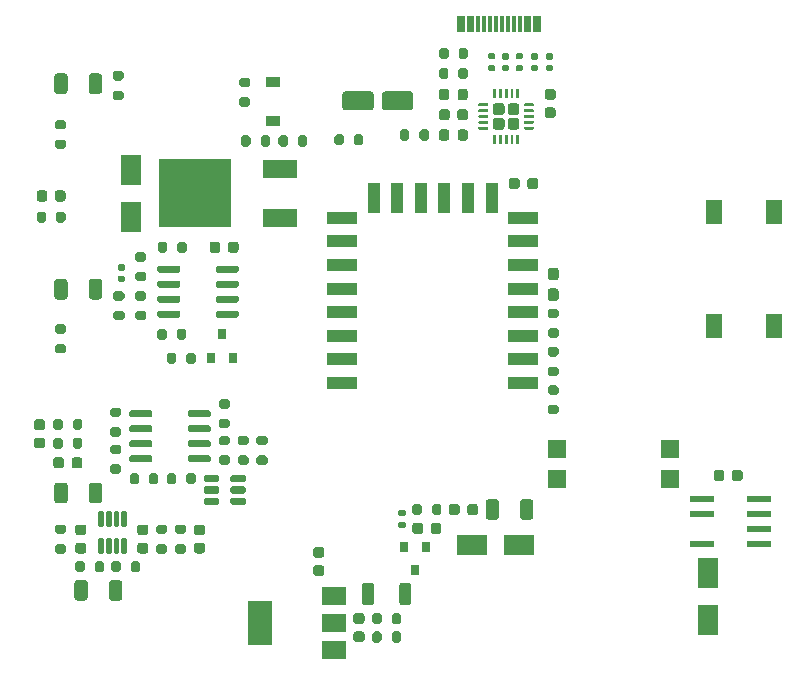
<source format=gtp>
G04 #@! TF.GenerationSoftware,KiCad,Pcbnew,(5.1.10)-1*
G04 #@! TF.CreationDate,2021-10-26T21:04:21+02:00*
G04 #@! TF.ProjectId,Load,4c6f6164-2e6b-4696-9361-645f70636258,rev?*
G04 #@! TF.SameCoordinates,Original*
G04 #@! TF.FileFunction,Paste,Top*
G04 #@! TF.FilePolarity,Positive*
%FSLAX46Y46*%
G04 Gerber Fmt 4.6, Leading zero omitted, Abs format (unit mm)*
G04 Created by KiCad (PCBNEW (5.1.10)-1) date 2021-10-26 21:04:21*
%MOMM*%
%LPD*%
G01*
G04 APERTURE LIST*
%ADD10R,1.400000X2.000000*%
%ADD11R,0.300000X1.450000*%
%ADD12R,1.500000X1.500000*%
%ADD13R,0.800000X0.900000*%
%ADD14R,1.200000X0.900000*%
%ADD15R,2.000000X0.600000*%
%ADD16R,3.000000X1.600000*%
%ADD17R,6.200000X5.800000*%
%ADD18R,1.800000X2.500000*%
%ADD19R,2.000000X1.500000*%
%ADD20R,2.000000X3.800000*%
%ADD21R,2.500000X1.800000*%
%ADD22R,1.100000X2.500000*%
%ADD23R,2.500000X1.100000*%
G04 APERTURE END LIST*
G36*
G01*
X143081500Y-73343500D02*
X143081500Y-73043500D01*
G75*
G02*
X143231500Y-72893500I150000J0D01*
G01*
X144881500Y-72893500D01*
G75*
G02*
X145031500Y-73043500I0J-150000D01*
G01*
X145031500Y-73343500D01*
G75*
G02*
X144881500Y-73493500I-150000J0D01*
G01*
X143231500Y-73493500D01*
G75*
G02*
X143081500Y-73343500I0J150000D01*
G01*
G37*
G36*
G01*
X143081500Y-74613500D02*
X143081500Y-74313500D01*
G75*
G02*
X143231500Y-74163500I150000J0D01*
G01*
X144881500Y-74163500D01*
G75*
G02*
X145031500Y-74313500I0J-150000D01*
G01*
X145031500Y-74613500D01*
G75*
G02*
X144881500Y-74763500I-150000J0D01*
G01*
X143231500Y-74763500D01*
G75*
G02*
X143081500Y-74613500I0J150000D01*
G01*
G37*
G36*
G01*
X143081500Y-75883500D02*
X143081500Y-75583500D01*
G75*
G02*
X143231500Y-75433500I150000J0D01*
G01*
X144881500Y-75433500D01*
G75*
G02*
X145031500Y-75583500I0J-150000D01*
G01*
X145031500Y-75883500D01*
G75*
G02*
X144881500Y-76033500I-150000J0D01*
G01*
X143231500Y-76033500D01*
G75*
G02*
X143081500Y-75883500I0J150000D01*
G01*
G37*
G36*
G01*
X143081500Y-77153500D02*
X143081500Y-76853500D01*
G75*
G02*
X143231500Y-76703500I150000J0D01*
G01*
X144881500Y-76703500D01*
G75*
G02*
X145031500Y-76853500I0J-150000D01*
G01*
X145031500Y-77153500D01*
G75*
G02*
X144881500Y-77303500I-150000J0D01*
G01*
X143231500Y-77303500D01*
G75*
G02*
X143081500Y-77153500I0J150000D01*
G01*
G37*
G36*
G01*
X138131500Y-77153500D02*
X138131500Y-76853500D01*
G75*
G02*
X138281500Y-76703500I150000J0D01*
G01*
X139931500Y-76703500D01*
G75*
G02*
X140081500Y-76853500I0J-150000D01*
G01*
X140081500Y-77153500D01*
G75*
G02*
X139931500Y-77303500I-150000J0D01*
G01*
X138281500Y-77303500D01*
G75*
G02*
X138131500Y-77153500I0J150000D01*
G01*
G37*
G36*
G01*
X138131500Y-75883500D02*
X138131500Y-75583500D01*
G75*
G02*
X138281500Y-75433500I150000J0D01*
G01*
X139931500Y-75433500D01*
G75*
G02*
X140081500Y-75583500I0J-150000D01*
G01*
X140081500Y-75883500D01*
G75*
G02*
X139931500Y-76033500I-150000J0D01*
G01*
X138281500Y-76033500D01*
G75*
G02*
X138131500Y-75883500I0J150000D01*
G01*
G37*
G36*
G01*
X138131500Y-74613500D02*
X138131500Y-74313500D01*
G75*
G02*
X138281500Y-74163500I150000J0D01*
G01*
X139931500Y-74163500D01*
G75*
G02*
X140081500Y-74313500I0J-150000D01*
G01*
X140081500Y-74613500D01*
G75*
G02*
X139931500Y-74763500I-150000J0D01*
G01*
X138281500Y-74763500D01*
G75*
G02*
X138131500Y-74613500I0J150000D01*
G01*
G37*
G36*
G01*
X138131500Y-73343500D02*
X138131500Y-73043500D01*
G75*
G02*
X138281500Y-72893500I150000J0D01*
G01*
X139931500Y-72893500D01*
G75*
G02*
X140081500Y-73043500I0J-150000D01*
G01*
X140081500Y-73343500D01*
G75*
G02*
X139931500Y-73493500I-150000J0D01*
G01*
X138281500Y-73493500D01*
G75*
G02*
X138131500Y-73343500I0J150000D01*
G01*
G37*
G36*
G01*
X168968000Y-55435500D02*
X168598000Y-55435500D01*
G75*
G02*
X168463000Y-55300500I0J135000D01*
G01*
X168463000Y-55030500D01*
G75*
G02*
X168598000Y-54895500I135000J0D01*
G01*
X168968000Y-54895500D01*
G75*
G02*
X169103000Y-55030500I0J-135000D01*
G01*
X169103000Y-55300500D01*
G75*
G02*
X168968000Y-55435500I-135000J0D01*
G01*
G37*
G36*
G01*
X168968000Y-56455500D02*
X168598000Y-56455500D01*
G75*
G02*
X168463000Y-56320500I0J135000D01*
G01*
X168463000Y-56050500D01*
G75*
G02*
X168598000Y-55915500I135000J0D01*
G01*
X168968000Y-55915500D01*
G75*
G02*
X169103000Y-56050500I0J-135000D01*
G01*
X169103000Y-56320500D01*
G75*
G02*
X168968000Y-56455500I-135000J0D01*
G01*
G37*
G36*
G01*
X166618500Y-55435500D02*
X166248500Y-55435500D01*
G75*
G02*
X166113500Y-55300500I0J135000D01*
G01*
X166113500Y-55030500D01*
G75*
G02*
X166248500Y-54895500I135000J0D01*
G01*
X166618500Y-54895500D01*
G75*
G02*
X166753500Y-55030500I0J-135000D01*
G01*
X166753500Y-55300500D01*
G75*
G02*
X166618500Y-55435500I-135000J0D01*
G01*
G37*
G36*
G01*
X166618500Y-56455500D02*
X166248500Y-56455500D01*
G75*
G02*
X166113500Y-56320500I0J135000D01*
G01*
X166113500Y-56050500D01*
G75*
G02*
X166248500Y-55915500I135000J0D01*
G01*
X166618500Y-55915500D01*
G75*
G02*
X166753500Y-56050500I0J-135000D01*
G01*
X166753500Y-56320500D01*
G75*
G02*
X166618500Y-56455500I-135000J0D01*
G01*
G37*
G36*
G01*
X169883000Y-55889500D02*
X170223000Y-55889500D01*
G75*
G02*
X170363000Y-56029500I0J-140000D01*
G01*
X170363000Y-56309500D01*
G75*
G02*
X170223000Y-56449500I-140000J0D01*
G01*
X169883000Y-56449500D01*
G75*
G02*
X169743000Y-56309500I0J140000D01*
G01*
X169743000Y-56029500D01*
G75*
G02*
X169883000Y-55889500I140000J0D01*
G01*
G37*
G36*
G01*
X169883000Y-54929500D02*
X170223000Y-54929500D01*
G75*
G02*
X170363000Y-55069500I0J-140000D01*
G01*
X170363000Y-55349500D01*
G75*
G02*
X170223000Y-55489500I-140000J0D01*
G01*
X169883000Y-55489500D01*
G75*
G02*
X169743000Y-55349500I0J140000D01*
G01*
X169743000Y-55069500D01*
G75*
G02*
X169883000Y-54929500I140000J0D01*
G01*
G37*
G36*
G01*
X167439000Y-55875500D02*
X167779000Y-55875500D01*
G75*
G02*
X167919000Y-56015500I0J-140000D01*
G01*
X167919000Y-56295500D01*
G75*
G02*
X167779000Y-56435500I-140000J0D01*
G01*
X167439000Y-56435500D01*
G75*
G02*
X167299000Y-56295500I0J140000D01*
G01*
X167299000Y-56015500D01*
G75*
G02*
X167439000Y-55875500I140000J0D01*
G01*
G37*
G36*
G01*
X167439000Y-54915500D02*
X167779000Y-54915500D01*
G75*
G02*
X167919000Y-55055500I0J-140000D01*
G01*
X167919000Y-55335500D01*
G75*
G02*
X167779000Y-55475500I-140000J0D01*
G01*
X167439000Y-55475500D01*
G75*
G02*
X167299000Y-55335500I0J140000D01*
G01*
X167299000Y-55055500D01*
G75*
G02*
X167439000Y-54915500I140000J0D01*
G01*
G37*
G36*
G01*
X157125000Y-102525000D02*
X157125000Y-103075000D01*
G75*
G02*
X156925000Y-103275000I-200000J0D01*
G01*
X156525000Y-103275000D01*
G75*
G02*
X156325000Y-103075000I0J200000D01*
G01*
X156325000Y-102525000D01*
G75*
G02*
X156525000Y-102325000I200000J0D01*
G01*
X156925000Y-102325000D01*
G75*
G02*
X157125000Y-102525000I0J-200000D01*
G01*
G37*
G36*
G01*
X158775000Y-102525000D02*
X158775000Y-103075000D01*
G75*
G02*
X158575000Y-103275000I-200000J0D01*
G01*
X158175000Y-103275000D01*
G75*
G02*
X157975000Y-103075000I0J200000D01*
G01*
X157975000Y-102525000D01*
G75*
G02*
X158175000Y-102325000I200000J0D01*
G01*
X158575000Y-102325000D01*
G75*
G02*
X158775000Y-102525000I0J-200000D01*
G01*
G37*
G36*
G01*
X134535500Y-58083000D02*
X135085500Y-58083000D01*
G75*
G02*
X135285500Y-58283000I0J-200000D01*
G01*
X135285500Y-58683000D01*
G75*
G02*
X135085500Y-58883000I-200000J0D01*
G01*
X134535500Y-58883000D01*
G75*
G02*
X134335500Y-58683000I0J200000D01*
G01*
X134335500Y-58283000D01*
G75*
G02*
X134535500Y-58083000I200000J0D01*
G01*
G37*
G36*
G01*
X134535500Y-56433000D02*
X135085500Y-56433000D01*
G75*
G02*
X135285500Y-56633000I0J-200000D01*
G01*
X135285500Y-57033000D01*
G75*
G02*
X135085500Y-57233000I-200000J0D01*
G01*
X134535500Y-57233000D01*
G75*
G02*
X134335500Y-57033000I0J200000D01*
G01*
X134335500Y-56633000D01*
G75*
G02*
X134535500Y-56433000I200000J0D01*
G01*
G37*
G36*
G01*
X139775000Y-78975000D02*
X139775000Y-78425000D01*
G75*
G02*
X139975000Y-78225000I200000J0D01*
G01*
X140375000Y-78225000D01*
G75*
G02*
X140575000Y-78425000I0J-200000D01*
G01*
X140575000Y-78975000D01*
G75*
G02*
X140375000Y-79175000I-200000J0D01*
G01*
X139975000Y-79175000D01*
G75*
G02*
X139775000Y-78975000I0J200000D01*
G01*
G37*
G36*
G01*
X138125000Y-78975000D02*
X138125000Y-78425000D01*
G75*
G02*
X138325000Y-78225000I200000J0D01*
G01*
X138725000Y-78225000D01*
G75*
G02*
X138925000Y-78425000I0J-200000D01*
G01*
X138925000Y-78975000D01*
G75*
G02*
X138725000Y-79175000I-200000J0D01*
G01*
X138325000Y-79175000D01*
G75*
G02*
X138125000Y-78975000I0J200000D01*
G01*
G37*
G36*
G01*
X153925000Y-61975000D02*
X153925000Y-62525000D01*
G75*
G02*
X153725000Y-62725000I-200000J0D01*
G01*
X153325000Y-62725000D01*
G75*
G02*
X153125000Y-62525000I0J200000D01*
G01*
X153125000Y-61975000D01*
G75*
G02*
X153325000Y-61775000I200000J0D01*
G01*
X153725000Y-61775000D01*
G75*
G02*
X153925000Y-61975000I0J-200000D01*
G01*
G37*
G36*
G01*
X155575000Y-61975000D02*
X155575000Y-62525000D01*
G75*
G02*
X155375000Y-62725000I-200000J0D01*
G01*
X154975000Y-62725000D01*
G75*
G02*
X154775000Y-62525000I0J200000D01*
G01*
X154775000Y-61975000D01*
G75*
G02*
X154975000Y-61775000I200000J0D01*
G01*
X155375000Y-61775000D01*
G75*
G02*
X155575000Y-61975000I0J-200000D01*
G01*
G37*
G36*
G01*
X140575000Y-81025000D02*
X140575000Y-80475000D01*
G75*
G02*
X140775000Y-80275000I200000J0D01*
G01*
X141175000Y-80275000D01*
G75*
G02*
X141375000Y-80475000I0J-200000D01*
G01*
X141375000Y-81025000D01*
G75*
G02*
X141175000Y-81225000I-200000J0D01*
G01*
X140775000Y-81225000D01*
G75*
G02*
X140575000Y-81025000I0J200000D01*
G01*
G37*
G36*
G01*
X138925000Y-81025000D02*
X138925000Y-80475000D01*
G75*
G02*
X139125000Y-80275000I200000J0D01*
G01*
X139525000Y-80275000D01*
G75*
G02*
X139725000Y-80475000I0J-200000D01*
G01*
X139725000Y-81025000D01*
G75*
G02*
X139525000Y-81225000I-200000J0D01*
G01*
X139125000Y-81225000D01*
G75*
G02*
X138925000Y-81025000I0J200000D01*
G01*
G37*
G36*
G01*
X171365500Y-81451000D02*
X171915500Y-81451000D01*
G75*
G02*
X172115500Y-81651000I0J-200000D01*
G01*
X172115500Y-82051000D01*
G75*
G02*
X171915500Y-82251000I-200000J0D01*
G01*
X171365500Y-82251000D01*
G75*
G02*
X171165500Y-82051000I0J200000D01*
G01*
X171165500Y-81651000D01*
G75*
G02*
X171365500Y-81451000I200000J0D01*
G01*
G37*
G36*
G01*
X171365500Y-79801000D02*
X171915500Y-79801000D01*
G75*
G02*
X172115500Y-80001000I0J-200000D01*
G01*
X172115500Y-80401000D01*
G75*
G02*
X171915500Y-80601000I-200000J0D01*
G01*
X171365500Y-80601000D01*
G75*
G02*
X171165500Y-80401000I0J200000D01*
G01*
X171165500Y-80001000D01*
G75*
G02*
X171365500Y-79801000I200000J0D01*
G01*
G37*
D10*
X185229500Y-68326000D03*
X185229500Y-77978000D03*
X190309500Y-77978000D03*
X190309500Y-68326000D03*
D11*
X163709000Y-52475500D03*
X164509000Y-52475500D03*
X164009000Y-52475500D03*
X164809000Y-52475500D03*
X169309000Y-52475500D03*
X169609000Y-52475500D03*
X170109000Y-52475500D03*
X170409000Y-52475500D03*
X165309000Y-52475500D03*
X165809000Y-52475500D03*
X166309000Y-52475500D03*
X166809000Y-52475500D03*
X168809000Y-52475500D03*
X168309000Y-52475500D03*
X167809000Y-52475500D03*
X167309000Y-52475500D03*
G36*
G01*
X135200000Y-95975000D02*
X135450000Y-95975000D01*
G75*
G02*
X135575000Y-96100000I0J-125000D01*
G01*
X135575000Y-97175000D01*
G75*
G02*
X135450000Y-97300000I-125000J0D01*
G01*
X135200000Y-97300000D01*
G75*
G02*
X135075000Y-97175000I0J125000D01*
G01*
X135075000Y-96100000D01*
G75*
G02*
X135200000Y-95975000I125000J0D01*
G01*
G37*
G36*
G01*
X134550000Y-95975000D02*
X134800000Y-95975000D01*
G75*
G02*
X134925000Y-96100000I0J-125000D01*
G01*
X134925000Y-97175000D01*
G75*
G02*
X134800000Y-97300000I-125000J0D01*
G01*
X134550000Y-97300000D01*
G75*
G02*
X134425000Y-97175000I0J125000D01*
G01*
X134425000Y-96100000D01*
G75*
G02*
X134550000Y-95975000I125000J0D01*
G01*
G37*
G36*
G01*
X133900000Y-95975000D02*
X134150000Y-95975000D01*
G75*
G02*
X134275000Y-96100000I0J-125000D01*
G01*
X134275000Y-97175000D01*
G75*
G02*
X134150000Y-97300000I-125000J0D01*
G01*
X133900000Y-97300000D01*
G75*
G02*
X133775000Y-97175000I0J125000D01*
G01*
X133775000Y-96100000D01*
G75*
G02*
X133900000Y-95975000I125000J0D01*
G01*
G37*
G36*
G01*
X133250000Y-95975000D02*
X133500000Y-95975000D01*
G75*
G02*
X133625000Y-96100000I0J-125000D01*
G01*
X133625000Y-97175000D01*
G75*
G02*
X133500000Y-97300000I-125000J0D01*
G01*
X133250000Y-97300000D01*
G75*
G02*
X133125000Y-97175000I0J125000D01*
G01*
X133125000Y-96100000D01*
G75*
G02*
X133250000Y-95975000I125000J0D01*
G01*
G37*
G36*
G01*
X133250000Y-93700000D02*
X133500000Y-93700000D01*
G75*
G02*
X133625000Y-93825000I0J-125000D01*
G01*
X133625000Y-94900000D01*
G75*
G02*
X133500000Y-95025000I-125000J0D01*
G01*
X133250000Y-95025000D01*
G75*
G02*
X133125000Y-94900000I0J125000D01*
G01*
X133125000Y-93825000D01*
G75*
G02*
X133250000Y-93700000I125000J0D01*
G01*
G37*
G36*
G01*
X133900000Y-93700000D02*
X134150000Y-93700000D01*
G75*
G02*
X134275000Y-93825000I0J-125000D01*
G01*
X134275000Y-94900000D01*
G75*
G02*
X134150000Y-95025000I-125000J0D01*
G01*
X133900000Y-95025000D01*
G75*
G02*
X133775000Y-94900000I0J125000D01*
G01*
X133775000Y-93825000D01*
G75*
G02*
X133900000Y-93700000I125000J0D01*
G01*
G37*
G36*
G01*
X134550000Y-93700000D02*
X134800000Y-93700000D01*
G75*
G02*
X134925000Y-93825000I0J-125000D01*
G01*
X134925000Y-94900000D01*
G75*
G02*
X134800000Y-95025000I-125000J0D01*
G01*
X134550000Y-95025000D01*
G75*
G02*
X134425000Y-94900000I0J125000D01*
G01*
X134425000Y-93825000D01*
G75*
G02*
X134550000Y-93700000I125000J0D01*
G01*
G37*
G36*
G01*
X135200000Y-93700000D02*
X135450000Y-93700000D01*
G75*
G02*
X135575000Y-93825000I0J-125000D01*
G01*
X135575000Y-94900000D01*
G75*
G02*
X135450000Y-95025000I-125000J0D01*
G01*
X135200000Y-95025000D01*
G75*
G02*
X135075000Y-94900000I0J125000D01*
G01*
X135075000Y-93825000D01*
G75*
G02*
X135200000Y-93700000I125000J0D01*
G01*
G37*
G36*
G01*
X147275000Y-88125000D02*
X146725000Y-88125000D01*
G75*
G02*
X146525000Y-87925000I0J200000D01*
G01*
X146525000Y-87525000D01*
G75*
G02*
X146725000Y-87325000I200000J0D01*
G01*
X147275000Y-87325000D01*
G75*
G02*
X147475000Y-87525000I0J-200000D01*
G01*
X147475000Y-87925000D01*
G75*
G02*
X147275000Y-88125000I-200000J0D01*
G01*
G37*
G36*
G01*
X147275000Y-89775000D02*
X146725000Y-89775000D01*
G75*
G02*
X146525000Y-89575000I0J200000D01*
G01*
X146525000Y-89175000D01*
G75*
G02*
X146725000Y-88975000I200000J0D01*
G01*
X147275000Y-88975000D01*
G75*
G02*
X147475000Y-89175000I0J-200000D01*
G01*
X147475000Y-89575000D01*
G75*
G02*
X147275000Y-89775000I-200000J0D01*
G01*
G37*
G36*
G01*
X145817000Y-57804500D02*
X145267000Y-57804500D01*
G75*
G02*
X145067000Y-57604500I0J200000D01*
G01*
X145067000Y-57204500D01*
G75*
G02*
X145267000Y-57004500I200000J0D01*
G01*
X145817000Y-57004500D01*
G75*
G02*
X146017000Y-57204500I0J-200000D01*
G01*
X146017000Y-57604500D01*
G75*
G02*
X145817000Y-57804500I-200000J0D01*
G01*
G37*
G36*
G01*
X145817000Y-59454500D02*
X145267000Y-59454500D01*
G75*
G02*
X145067000Y-59254500I0J200000D01*
G01*
X145067000Y-58854500D01*
G75*
G02*
X145267000Y-58654500I200000J0D01*
G01*
X145817000Y-58654500D01*
G75*
G02*
X146017000Y-58854500I0J-200000D01*
G01*
X146017000Y-59254500D01*
G75*
G02*
X145817000Y-59454500I-200000J0D01*
G01*
G37*
G36*
G01*
X163620000Y-56917000D02*
X163620000Y-56367000D01*
G75*
G02*
X163820000Y-56167000I200000J0D01*
G01*
X164220000Y-56167000D01*
G75*
G02*
X164420000Y-56367000I0J-200000D01*
G01*
X164420000Y-56917000D01*
G75*
G02*
X164220000Y-57117000I-200000J0D01*
G01*
X163820000Y-57117000D01*
G75*
G02*
X163620000Y-56917000I0J200000D01*
G01*
G37*
G36*
G01*
X161970000Y-56917000D02*
X161970000Y-56367000D01*
G75*
G02*
X162170000Y-56167000I200000J0D01*
G01*
X162570000Y-56167000D01*
G75*
G02*
X162770000Y-56367000I0J-200000D01*
G01*
X162770000Y-56917000D01*
G75*
G02*
X162570000Y-57117000I-200000J0D01*
G01*
X162170000Y-57117000D01*
G75*
G02*
X161970000Y-56917000I0J200000D01*
G01*
G37*
D12*
X181500000Y-88392000D03*
X181500000Y-90932000D03*
X172000000Y-90932000D03*
X172000000Y-88392000D03*
G36*
G01*
X140375000Y-95625000D02*
X139825000Y-95625000D01*
G75*
G02*
X139625000Y-95425000I0J200000D01*
G01*
X139625000Y-95025000D01*
G75*
G02*
X139825000Y-94825000I200000J0D01*
G01*
X140375000Y-94825000D01*
G75*
G02*
X140575000Y-95025000I0J-200000D01*
G01*
X140575000Y-95425000D01*
G75*
G02*
X140375000Y-95625000I-200000J0D01*
G01*
G37*
G36*
G01*
X140375000Y-97275000D02*
X139825000Y-97275000D01*
G75*
G02*
X139625000Y-97075000I0J200000D01*
G01*
X139625000Y-96675000D01*
G75*
G02*
X139825000Y-96475000I200000J0D01*
G01*
X140375000Y-96475000D01*
G75*
G02*
X140575000Y-96675000I0J-200000D01*
G01*
X140575000Y-97075000D01*
G75*
G02*
X140375000Y-97275000I-200000J0D01*
G01*
G37*
G36*
G01*
X151550000Y-98275000D02*
X152050000Y-98275000D01*
G75*
G02*
X152275000Y-98500000I0J-225000D01*
G01*
X152275000Y-98950000D01*
G75*
G02*
X152050000Y-99175000I-225000J0D01*
G01*
X151550000Y-99175000D01*
G75*
G02*
X151325000Y-98950000I0J225000D01*
G01*
X151325000Y-98500000D01*
G75*
G02*
X151550000Y-98275000I225000J0D01*
G01*
G37*
G36*
G01*
X151550000Y-96725000D02*
X152050000Y-96725000D01*
G75*
G02*
X152275000Y-96950000I0J-225000D01*
G01*
X152275000Y-97400000D01*
G75*
G02*
X152050000Y-97625000I-225000J0D01*
G01*
X151550000Y-97625000D01*
G75*
G02*
X151325000Y-97400000I0J225000D01*
G01*
X151325000Y-96950000D01*
G75*
G02*
X151550000Y-96725000I225000J0D01*
G01*
G37*
G36*
G01*
X150025000Y-62625000D02*
X150025000Y-62075000D01*
G75*
G02*
X150225000Y-61875000I200000J0D01*
G01*
X150625000Y-61875000D01*
G75*
G02*
X150825000Y-62075000I0J-200000D01*
G01*
X150825000Y-62625000D01*
G75*
G02*
X150625000Y-62825000I-200000J0D01*
G01*
X150225000Y-62825000D01*
G75*
G02*
X150025000Y-62625000I0J200000D01*
G01*
G37*
G36*
G01*
X148375000Y-62625000D02*
X148375000Y-62075000D01*
G75*
G02*
X148575000Y-61875000I200000J0D01*
G01*
X148975000Y-61875000D01*
G75*
G02*
X149175000Y-62075000I0J-200000D01*
G01*
X149175000Y-62625000D01*
G75*
G02*
X148975000Y-62825000I-200000J0D01*
G01*
X148575000Y-62825000D01*
G75*
G02*
X148375000Y-62625000I0J200000D01*
G01*
G37*
D13*
X143600000Y-78700000D03*
X144550000Y-80700000D03*
X142650000Y-80700000D03*
D14*
X147900000Y-57350000D03*
X147900000Y-60650000D03*
D15*
X189112000Y-92664500D03*
X189112000Y-93934500D03*
X189112000Y-95204500D03*
X189112000Y-96474500D03*
X184212000Y-96474500D03*
X184212000Y-93934500D03*
X184212000Y-92664500D03*
G36*
G01*
X140718500Y-85596500D02*
X140718500Y-85296500D01*
G75*
G02*
X140868500Y-85146500I150000J0D01*
G01*
X142518500Y-85146500D01*
G75*
G02*
X142668500Y-85296500I0J-150000D01*
G01*
X142668500Y-85596500D01*
G75*
G02*
X142518500Y-85746500I-150000J0D01*
G01*
X140868500Y-85746500D01*
G75*
G02*
X140718500Y-85596500I0J150000D01*
G01*
G37*
G36*
G01*
X140718500Y-86866500D02*
X140718500Y-86566500D01*
G75*
G02*
X140868500Y-86416500I150000J0D01*
G01*
X142518500Y-86416500D01*
G75*
G02*
X142668500Y-86566500I0J-150000D01*
G01*
X142668500Y-86866500D01*
G75*
G02*
X142518500Y-87016500I-150000J0D01*
G01*
X140868500Y-87016500D01*
G75*
G02*
X140718500Y-86866500I0J150000D01*
G01*
G37*
G36*
G01*
X140718500Y-88136500D02*
X140718500Y-87836500D01*
G75*
G02*
X140868500Y-87686500I150000J0D01*
G01*
X142518500Y-87686500D01*
G75*
G02*
X142668500Y-87836500I0J-150000D01*
G01*
X142668500Y-88136500D01*
G75*
G02*
X142518500Y-88286500I-150000J0D01*
G01*
X140868500Y-88286500D01*
G75*
G02*
X140718500Y-88136500I0J150000D01*
G01*
G37*
G36*
G01*
X140718500Y-89406500D02*
X140718500Y-89106500D01*
G75*
G02*
X140868500Y-88956500I150000J0D01*
G01*
X142518500Y-88956500D01*
G75*
G02*
X142668500Y-89106500I0J-150000D01*
G01*
X142668500Y-89406500D01*
G75*
G02*
X142518500Y-89556500I-150000J0D01*
G01*
X140868500Y-89556500D01*
G75*
G02*
X140718500Y-89406500I0J150000D01*
G01*
G37*
G36*
G01*
X135768500Y-89406500D02*
X135768500Y-89106500D01*
G75*
G02*
X135918500Y-88956500I150000J0D01*
G01*
X137568500Y-88956500D01*
G75*
G02*
X137718500Y-89106500I0J-150000D01*
G01*
X137718500Y-89406500D01*
G75*
G02*
X137568500Y-89556500I-150000J0D01*
G01*
X135918500Y-89556500D01*
G75*
G02*
X135768500Y-89406500I0J150000D01*
G01*
G37*
G36*
G01*
X135768500Y-88136500D02*
X135768500Y-87836500D01*
G75*
G02*
X135918500Y-87686500I150000J0D01*
G01*
X137568500Y-87686500D01*
G75*
G02*
X137718500Y-87836500I0J-150000D01*
G01*
X137718500Y-88136500D01*
G75*
G02*
X137568500Y-88286500I-150000J0D01*
G01*
X135918500Y-88286500D01*
G75*
G02*
X135768500Y-88136500I0J150000D01*
G01*
G37*
G36*
G01*
X135768500Y-86866500D02*
X135768500Y-86566500D01*
G75*
G02*
X135918500Y-86416500I150000J0D01*
G01*
X137568500Y-86416500D01*
G75*
G02*
X137718500Y-86566500I0J-150000D01*
G01*
X137718500Y-86866500D01*
G75*
G02*
X137568500Y-87016500I-150000J0D01*
G01*
X135918500Y-87016500D01*
G75*
G02*
X135768500Y-86866500I0J150000D01*
G01*
G37*
G36*
G01*
X135768500Y-85596500D02*
X135768500Y-85296500D01*
G75*
G02*
X135918500Y-85146500I150000J0D01*
G01*
X137568500Y-85146500D01*
G75*
G02*
X137718500Y-85296500I0J-150000D01*
G01*
X137718500Y-85596500D01*
G75*
G02*
X137568500Y-85746500I-150000J0D01*
G01*
X135918500Y-85746500D01*
G75*
G02*
X135768500Y-85596500I0J150000D01*
G01*
G37*
G36*
G01*
X144325000Y-91100000D02*
X144325000Y-90800000D01*
G75*
G02*
X144475000Y-90650000I150000J0D01*
G01*
X145500000Y-90650000D01*
G75*
G02*
X145650000Y-90800000I0J-150000D01*
G01*
X145650000Y-91100000D01*
G75*
G02*
X145500000Y-91250000I-150000J0D01*
G01*
X144475000Y-91250000D01*
G75*
G02*
X144325000Y-91100000I0J150000D01*
G01*
G37*
G36*
G01*
X144325000Y-92050000D02*
X144325000Y-91750000D01*
G75*
G02*
X144475000Y-91600000I150000J0D01*
G01*
X145500000Y-91600000D01*
G75*
G02*
X145650000Y-91750000I0J-150000D01*
G01*
X145650000Y-92050000D01*
G75*
G02*
X145500000Y-92200000I-150000J0D01*
G01*
X144475000Y-92200000D01*
G75*
G02*
X144325000Y-92050000I0J150000D01*
G01*
G37*
G36*
G01*
X144325000Y-93000000D02*
X144325000Y-92700000D01*
G75*
G02*
X144475000Y-92550000I150000J0D01*
G01*
X145500000Y-92550000D01*
G75*
G02*
X145650000Y-92700000I0J-150000D01*
G01*
X145650000Y-93000000D01*
G75*
G02*
X145500000Y-93150000I-150000J0D01*
G01*
X144475000Y-93150000D01*
G75*
G02*
X144325000Y-93000000I0J150000D01*
G01*
G37*
G36*
G01*
X142050000Y-93000000D02*
X142050000Y-92700000D01*
G75*
G02*
X142200000Y-92550000I150000J0D01*
G01*
X143225000Y-92550000D01*
G75*
G02*
X143375000Y-92700000I0J-150000D01*
G01*
X143375000Y-93000000D01*
G75*
G02*
X143225000Y-93150000I-150000J0D01*
G01*
X142200000Y-93150000D01*
G75*
G02*
X142050000Y-93000000I0J150000D01*
G01*
G37*
G36*
G01*
X142050000Y-92050000D02*
X142050000Y-91750000D01*
G75*
G02*
X142200000Y-91600000I150000J0D01*
G01*
X143225000Y-91600000D01*
G75*
G02*
X143375000Y-91750000I0J-150000D01*
G01*
X143375000Y-92050000D01*
G75*
G02*
X143225000Y-92200000I-150000J0D01*
G01*
X142200000Y-92200000D01*
G75*
G02*
X142050000Y-92050000I0J150000D01*
G01*
G37*
G36*
G01*
X142050000Y-91100000D02*
X142050000Y-90800000D01*
G75*
G02*
X142200000Y-90650000I150000J0D01*
G01*
X143225000Y-90650000D01*
G75*
G02*
X143375000Y-90800000I0J-150000D01*
G01*
X143375000Y-91100000D01*
G75*
G02*
X143225000Y-91250000I-150000J0D01*
G01*
X142200000Y-91250000D01*
G75*
G02*
X142050000Y-91100000I0J150000D01*
G01*
G37*
G36*
G01*
X167539000Y-59395499D02*
X167539000Y-59905501D01*
G75*
G02*
X167289001Y-60155500I-249999J0D01*
G01*
X166778999Y-60155500D01*
G75*
G02*
X166529000Y-59905501I0J249999D01*
G01*
X166529000Y-59395499D01*
G75*
G02*
X166778999Y-59145500I249999J0D01*
G01*
X167289001Y-59145500D01*
G75*
G02*
X167539000Y-59395499I0J-249999D01*
G01*
G37*
G36*
G01*
X167539000Y-60645499D02*
X167539000Y-61155501D01*
G75*
G02*
X167289001Y-61405500I-249999J0D01*
G01*
X166778999Y-61405500D01*
G75*
G02*
X166529000Y-61155501I0J249999D01*
G01*
X166529000Y-60645499D01*
G75*
G02*
X166778999Y-60395500I249999J0D01*
G01*
X167289001Y-60395500D01*
G75*
G02*
X167539000Y-60645499I0J-249999D01*
G01*
G37*
G36*
G01*
X168789000Y-59395499D02*
X168789000Y-59905501D01*
G75*
G02*
X168539001Y-60155500I-249999J0D01*
G01*
X168028999Y-60155500D01*
G75*
G02*
X167779000Y-59905501I0J249999D01*
G01*
X167779000Y-59395499D01*
G75*
G02*
X168028999Y-59145500I249999J0D01*
G01*
X168539001Y-59145500D01*
G75*
G02*
X168789000Y-59395499I0J-249999D01*
G01*
G37*
G36*
G01*
X168789000Y-60645499D02*
X168789000Y-61155501D01*
G75*
G02*
X168539001Y-61405500I-249999J0D01*
G01*
X168028999Y-61405500D01*
G75*
G02*
X167779000Y-61155501I0J249999D01*
G01*
X167779000Y-60645499D01*
G75*
G02*
X168028999Y-60395500I249999J0D01*
G01*
X168539001Y-60395500D01*
G75*
G02*
X168789000Y-60645499I0J-249999D01*
G01*
G37*
G36*
G01*
X168784000Y-61863000D02*
X168784000Y-62563000D01*
G75*
G02*
X168721500Y-62625500I-62500J0D01*
G01*
X168596500Y-62625500D01*
G75*
G02*
X168534000Y-62563000I0J62500D01*
G01*
X168534000Y-61863000D01*
G75*
G02*
X168596500Y-61800500I62500J0D01*
G01*
X168721500Y-61800500D01*
G75*
G02*
X168784000Y-61863000I0J-62500D01*
G01*
G37*
G36*
G01*
X168284000Y-61863000D02*
X168284000Y-62563000D01*
G75*
G02*
X168221500Y-62625500I-62500J0D01*
G01*
X168096500Y-62625500D01*
G75*
G02*
X168034000Y-62563000I0J62500D01*
G01*
X168034000Y-61863000D01*
G75*
G02*
X168096500Y-61800500I62500J0D01*
G01*
X168221500Y-61800500D01*
G75*
G02*
X168284000Y-61863000I0J-62500D01*
G01*
G37*
G36*
G01*
X167784000Y-61863000D02*
X167784000Y-62563000D01*
G75*
G02*
X167721500Y-62625500I-62500J0D01*
G01*
X167596500Y-62625500D01*
G75*
G02*
X167534000Y-62563000I0J62500D01*
G01*
X167534000Y-61863000D01*
G75*
G02*
X167596500Y-61800500I62500J0D01*
G01*
X167721500Y-61800500D01*
G75*
G02*
X167784000Y-61863000I0J-62500D01*
G01*
G37*
G36*
G01*
X167284000Y-61863000D02*
X167284000Y-62563000D01*
G75*
G02*
X167221500Y-62625500I-62500J0D01*
G01*
X167096500Y-62625500D01*
G75*
G02*
X167034000Y-62563000I0J62500D01*
G01*
X167034000Y-61863000D01*
G75*
G02*
X167096500Y-61800500I62500J0D01*
G01*
X167221500Y-61800500D01*
G75*
G02*
X167284000Y-61863000I0J-62500D01*
G01*
G37*
G36*
G01*
X166784000Y-61863000D02*
X166784000Y-62563000D01*
G75*
G02*
X166721500Y-62625500I-62500J0D01*
G01*
X166596500Y-62625500D01*
G75*
G02*
X166534000Y-62563000I0J62500D01*
G01*
X166534000Y-61863000D01*
G75*
G02*
X166596500Y-61800500I62500J0D01*
G01*
X166721500Y-61800500D01*
G75*
G02*
X166784000Y-61863000I0J-62500D01*
G01*
G37*
G36*
G01*
X166134000Y-61213000D02*
X166134000Y-61338000D01*
G75*
G02*
X166071500Y-61400500I-62500J0D01*
G01*
X165371500Y-61400500D01*
G75*
G02*
X165309000Y-61338000I0J62500D01*
G01*
X165309000Y-61213000D01*
G75*
G02*
X165371500Y-61150500I62500J0D01*
G01*
X166071500Y-61150500D01*
G75*
G02*
X166134000Y-61213000I0J-62500D01*
G01*
G37*
G36*
G01*
X166134000Y-60713000D02*
X166134000Y-60838000D01*
G75*
G02*
X166071500Y-60900500I-62500J0D01*
G01*
X165371500Y-60900500D01*
G75*
G02*
X165309000Y-60838000I0J62500D01*
G01*
X165309000Y-60713000D01*
G75*
G02*
X165371500Y-60650500I62500J0D01*
G01*
X166071500Y-60650500D01*
G75*
G02*
X166134000Y-60713000I0J-62500D01*
G01*
G37*
G36*
G01*
X166134000Y-60213000D02*
X166134000Y-60338000D01*
G75*
G02*
X166071500Y-60400500I-62500J0D01*
G01*
X165371500Y-60400500D01*
G75*
G02*
X165309000Y-60338000I0J62500D01*
G01*
X165309000Y-60213000D01*
G75*
G02*
X165371500Y-60150500I62500J0D01*
G01*
X166071500Y-60150500D01*
G75*
G02*
X166134000Y-60213000I0J-62500D01*
G01*
G37*
G36*
G01*
X166134000Y-59713000D02*
X166134000Y-59838000D01*
G75*
G02*
X166071500Y-59900500I-62500J0D01*
G01*
X165371500Y-59900500D01*
G75*
G02*
X165309000Y-59838000I0J62500D01*
G01*
X165309000Y-59713000D01*
G75*
G02*
X165371500Y-59650500I62500J0D01*
G01*
X166071500Y-59650500D01*
G75*
G02*
X166134000Y-59713000I0J-62500D01*
G01*
G37*
G36*
G01*
X166134000Y-59213000D02*
X166134000Y-59338000D01*
G75*
G02*
X166071500Y-59400500I-62500J0D01*
G01*
X165371500Y-59400500D01*
G75*
G02*
X165309000Y-59338000I0J62500D01*
G01*
X165309000Y-59213000D01*
G75*
G02*
X165371500Y-59150500I62500J0D01*
G01*
X166071500Y-59150500D01*
G75*
G02*
X166134000Y-59213000I0J-62500D01*
G01*
G37*
G36*
G01*
X166784000Y-57988000D02*
X166784000Y-58688000D01*
G75*
G02*
X166721500Y-58750500I-62500J0D01*
G01*
X166596500Y-58750500D01*
G75*
G02*
X166534000Y-58688000I0J62500D01*
G01*
X166534000Y-57988000D01*
G75*
G02*
X166596500Y-57925500I62500J0D01*
G01*
X166721500Y-57925500D01*
G75*
G02*
X166784000Y-57988000I0J-62500D01*
G01*
G37*
G36*
G01*
X167284000Y-57988000D02*
X167284000Y-58688000D01*
G75*
G02*
X167221500Y-58750500I-62500J0D01*
G01*
X167096500Y-58750500D01*
G75*
G02*
X167034000Y-58688000I0J62500D01*
G01*
X167034000Y-57988000D01*
G75*
G02*
X167096500Y-57925500I62500J0D01*
G01*
X167221500Y-57925500D01*
G75*
G02*
X167284000Y-57988000I0J-62500D01*
G01*
G37*
G36*
G01*
X167784000Y-57988000D02*
X167784000Y-58688000D01*
G75*
G02*
X167721500Y-58750500I-62500J0D01*
G01*
X167596500Y-58750500D01*
G75*
G02*
X167534000Y-58688000I0J62500D01*
G01*
X167534000Y-57988000D01*
G75*
G02*
X167596500Y-57925500I62500J0D01*
G01*
X167721500Y-57925500D01*
G75*
G02*
X167784000Y-57988000I0J-62500D01*
G01*
G37*
G36*
G01*
X168284000Y-57988000D02*
X168284000Y-58688000D01*
G75*
G02*
X168221500Y-58750500I-62500J0D01*
G01*
X168096500Y-58750500D01*
G75*
G02*
X168034000Y-58688000I0J62500D01*
G01*
X168034000Y-57988000D01*
G75*
G02*
X168096500Y-57925500I62500J0D01*
G01*
X168221500Y-57925500D01*
G75*
G02*
X168284000Y-57988000I0J-62500D01*
G01*
G37*
G36*
G01*
X168784000Y-57988000D02*
X168784000Y-58688000D01*
G75*
G02*
X168721500Y-58750500I-62500J0D01*
G01*
X168596500Y-58750500D01*
G75*
G02*
X168534000Y-58688000I0J62500D01*
G01*
X168534000Y-57988000D01*
G75*
G02*
X168596500Y-57925500I62500J0D01*
G01*
X168721500Y-57925500D01*
G75*
G02*
X168784000Y-57988000I0J-62500D01*
G01*
G37*
G36*
G01*
X170009000Y-59213000D02*
X170009000Y-59338000D01*
G75*
G02*
X169946500Y-59400500I-62500J0D01*
G01*
X169246500Y-59400500D01*
G75*
G02*
X169184000Y-59338000I0J62500D01*
G01*
X169184000Y-59213000D01*
G75*
G02*
X169246500Y-59150500I62500J0D01*
G01*
X169946500Y-59150500D01*
G75*
G02*
X170009000Y-59213000I0J-62500D01*
G01*
G37*
G36*
G01*
X170009000Y-59713000D02*
X170009000Y-59838000D01*
G75*
G02*
X169946500Y-59900500I-62500J0D01*
G01*
X169246500Y-59900500D01*
G75*
G02*
X169184000Y-59838000I0J62500D01*
G01*
X169184000Y-59713000D01*
G75*
G02*
X169246500Y-59650500I62500J0D01*
G01*
X169946500Y-59650500D01*
G75*
G02*
X170009000Y-59713000I0J-62500D01*
G01*
G37*
G36*
G01*
X170009000Y-60213000D02*
X170009000Y-60338000D01*
G75*
G02*
X169946500Y-60400500I-62500J0D01*
G01*
X169246500Y-60400500D01*
G75*
G02*
X169184000Y-60338000I0J62500D01*
G01*
X169184000Y-60213000D01*
G75*
G02*
X169246500Y-60150500I62500J0D01*
G01*
X169946500Y-60150500D01*
G75*
G02*
X170009000Y-60213000I0J-62500D01*
G01*
G37*
G36*
G01*
X170009000Y-60713000D02*
X170009000Y-60838000D01*
G75*
G02*
X169946500Y-60900500I-62500J0D01*
G01*
X169246500Y-60900500D01*
G75*
G02*
X169184000Y-60838000I0J62500D01*
G01*
X169184000Y-60713000D01*
G75*
G02*
X169246500Y-60650500I62500J0D01*
G01*
X169946500Y-60650500D01*
G75*
G02*
X170009000Y-60713000I0J-62500D01*
G01*
G37*
G36*
G01*
X170009000Y-61213000D02*
X170009000Y-61338000D01*
G75*
G02*
X169946500Y-61400500I-62500J0D01*
G01*
X169246500Y-61400500D01*
G75*
G02*
X169184000Y-61338000I0J62500D01*
G01*
X169184000Y-61213000D01*
G75*
G02*
X169246500Y-61150500I62500J0D01*
G01*
X169946500Y-61150500D01*
G75*
G02*
X170009000Y-61213000I0J-62500D01*
G01*
G37*
G36*
G01*
X158665000Y-94590000D02*
X159035000Y-94590000D01*
G75*
G02*
X159170000Y-94725000I0J-135000D01*
G01*
X159170000Y-94995000D01*
G75*
G02*
X159035000Y-95130000I-135000J0D01*
G01*
X158665000Y-95130000D01*
G75*
G02*
X158530000Y-94995000I0J135000D01*
G01*
X158530000Y-94725000D01*
G75*
G02*
X158665000Y-94590000I135000J0D01*
G01*
G37*
G36*
G01*
X158665000Y-93570000D02*
X159035000Y-93570000D01*
G75*
G02*
X159170000Y-93705000I0J-135000D01*
G01*
X159170000Y-93975000D01*
G75*
G02*
X159035000Y-94110000I-135000J0D01*
G01*
X158665000Y-94110000D01*
G75*
G02*
X158530000Y-93975000I0J135000D01*
G01*
X158530000Y-93705000D01*
G75*
G02*
X158665000Y-93570000I135000J0D01*
G01*
G37*
G36*
G01*
X171365500Y-84689500D02*
X171915500Y-84689500D01*
G75*
G02*
X172115500Y-84889500I0J-200000D01*
G01*
X172115500Y-85289500D01*
G75*
G02*
X171915500Y-85489500I-200000J0D01*
G01*
X171365500Y-85489500D01*
G75*
G02*
X171165500Y-85289500I0J200000D01*
G01*
X171165500Y-84889500D01*
G75*
G02*
X171365500Y-84689500I200000J0D01*
G01*
G37*
G36*
G01*
X171365500Y-83039500D02*
X171915500Y-83039500D01*
G75*
G02*
X172115500Y-83239500I0J-200000D01*
G01*
X172115500Y-83639500D01*
G75*
G02*
X171915500Y-83839500I-200000J0D01*
G01*
X171365500Y-83839500D01*
G75*
G02*
X171165500Y-83639500I0J200000D01*
G01*
X171165500Y-83239500D01*
G75*
G02*
X171365500Y-83039500I200000J0D01*
G01*
G37*
G36*
G01*
X168850000Y-94175002D02*
X168850000Y-92924998D01*
G75*
G02*
X169099998Y-92675000I249998J0D01*
G01*
X169725002Y-92675000D01*
G75*
G02*
X169975000Y-92924998I0J-249998D01*
G01*
X169975000Y-94175002D01*
G75*
G02*
X169725002Y-94425000I-249998J0D01*
G01*
X169099998Y-94425000D01*
G75*
G02*
X168850000Y-94175002I0J249998D01*
G01*
G37*
G36*
G01*
X165925000Y-94175002D02*
X165925000Y-92924998D01*
G75*
G02*
X166174998Y-92675000I249998J0D01*
G01*
X166800002Y-92675000D01*
G75*
G02*
X167050000Y-92924998I0J-249998D01*
G01*
X167050000Y-94175002D01*
G75*
G02*
X166800002Y-94425000I-249998J0D01*
G01*
X166174998Y-94425000D01*
G75*
G02*
X165925000Y-94175002I0J249998D01*
G01*
G37*
G36*
G01*
X130531500Y-56873498D02*
X130531500Y-58123502D01*
G75*
G02*
X130281502Y-58373500I-249998J0D01*
G01*
X129656498Y-58373500D01*
G75*
G02*
X129406500Y-58123502I0J249998D01*
G01*
X129406500Y-56873498D01*
G75*
G02*
X129656498Y-56623500I249998J0D01*
G01*
X130281502Y-56623500D01*
G75*
G02*
X130531500Y-56873498I0J-249998D01*
G01*
G37*
G36*
G01*
X133456500Y-56873498D02*
X133456500Y-58123502D01*
G75*
G02*
X133206502Y-58373500I-249998J0D01*
G01*
X132581498Y-58373500D01*
G75*
G02*
X132331500Y-58123502I0J249998D01*
G01*
X132331500Y-56873498D01*
G75*
G02*
X132581498Y-56623500I249998J0D01*
G01*
X133206502Y-56623500D01*
G75*
G02*
X133456500Y-56873498I0J-249998D01*
G01*
G37*
G36*
G01*
X130531500Y-74273498D02*
X130531500Y-75523502D01*
G75*
G02*
X130281502Y-75773500I-249998J0D01*
G01*
X129656498Y-75773500D01*
G75*
G02*
X129406500Y-75523502I0J249998D01*
G01*
X129406500Y-74273498D01*
G75*
G02*
X129656498Y-74023500I249998J0D01*
G01*
X130281502Y-74023500D01*
G75*
G02*
X130531500Y-74273498I0J-249998D01*
G01*
G37*
G36*
G01*
X133456500Y-74273498D02*
X133456500Y-75523502D01*
G75*
G02*
X133206502Y-75773500I-249998J0D01*
G01*
X132581498Y-75773500D01*
G75*
G02*
X132331500Y-75523502I0J249998D01*
G01*
X132331500Y-74273498D01*
G75*
G02*
X132581498Y-74023500I249998J0D01*
G01*
X133206502Y-74023500D01*
G75*
G02*
X133456500Y-74273498I0J-249998D01*
G01*
G37*
G36*
G01*
X134037500Y-101025002D02*
X134037500Y-99774998D01*
G75*
G02*
X134287498Y-99525000I249998J0D01*
G01*
X134912502Y-99525000D01*
G75*
G02*
X135162500Y-99774998I0J-249998D01*
G01*
X135162500Y-101025002D01*
G75*
G02*
X134912502Y-101275000I-249998J0D01*
G01*
X134287498Y-101275000D01*
G75*
G02*
X134037500Y-101025002I0J249998D01*
G01*
G37*
G36*
G01*
X131112500Y-101025002D02*
X131112500Y-99774998D01*
G75*
G02*
X131362498Y-99525000I249998J0D01*
G01*
X131987502Y-99525000D01*
G75*
G02*
X132237500Y-99774998I0J-249998D01*
G01*
X132237500Y-101025002D01*
G75*
G02*
X131987502Y-101275000I-249998J0D01*
G01*
X131362498Y-101275000D01*
G75*
G02*
X131112500Y-101025002I0J249998D01*
G01*
G37*
G36*
G01*
X130531500Y-91524998D02*
X130531500Y-92775002D01*
G75*
G02*
X130281502Y-93025000I-249998J0D01*
G01*
X129656498Y-93025000D01*
G75*
G02*
X129406500Y-92775002I0J249998D01*
G01*
X129406500Y-91524998D01*
G75*
G02*
X129656498Y-91275000I249998J0D01*
G01*
X130281502Y-91275000D01*
G75*
G02*
X130531500Y-91524998I0J-249998D01*
G01*
G37*
G36*
G01*
X133456500Y-91524998D02*
X133456500Y-92775002D01*
G75*
G02*
X133206502Y-93025000I-249998J0D01*
G01*
X132581498Y-93025000D01*
G75*
G02*
X132331500Y-92775002I0J249998D01*
G01*
X132331500Y-91524998D01*
G75*
G02*
X132581498Y-91275000I249998J0D01*
G01*
X133206502Y-91275000D01*
G75*
G02*
X133456500Y-91524998I0J-249998D01*
G01*
G37*
G36*
G01*
X138775000Y-95625000D02*
X138225000Y-95625000D01*
G75*
G02*
X138025000Y-95425000I0J200000D01*
G01*
X138025000Y-95025000D01*
G75*
G02*
X138225000Y-94825000I200000J0D01*
G01*
X138775000Y-94825000D01*
G75*
G02*
X138975000Y-95025000I0J-200000D01*
G01*
X138975000Y-95425000D01*
G75*
G02*
X138775000Y-95625000I-200000J0D01*
G01*
G37*
G36*
G01*
X138775000Y-97275000D02*
X138225000Y-97275000D01*
G75*
G02*
X138025000Y-97075000I0J200000D01*
G01*
X138025000Y-96675000D01*
G75*
G02*
X138225000Y-96475000I200000J0D01*
G01*
X138775000Y-96475000D01*
G75*
G02*
X138975000Y-96675000I0J-200000D01*
G01*
X138975000Y-97075000D01*
G75*
G02*
X138775000Y-97275000I-200000J0D01*
G01*
G37*
D16*
X148531500Y-68848500D03*
X148531500Y-64698500D03*
D17*
X141331500Y-66748500D03*
D18*
X184721500Y-98901500D03*
X184721500Y-102901500D03*
X135881500Y-64798500D03*
X135881500Y-68798500D03*
G36*
G01*
X162845000Y-58163750D02*
X162845000Y-58676250D01*
G75*
G02*
X162626250Y-58895000I-218750J0D01*
G01*
X162188750Y-58895000D01*
G75*
G02*
X161970000Y-58676250I0J218750D01*
G01*
X161970000Y-58163750D01*
G75*
G02*
X162188750Y-57945000I218750J0D01*
G01*
X162626250Y-57945000D01*
G75*
G02*
X162845000Y-58163750I0J-218750D01*
G01*
G37*
G36*
G01*
X164420000Y-58163750D02*
X164420000Y-58676250D01*
G75*
G02*
X164201250Y-58895000I-218750J0D01*
G01*
X163763750Y-58895000D01*
G75*
G02*
X163545000Y-58676250I0J218750D01*
G01*
X163545000Y-58163750D01*
G75*
G02*
X163763750Y-57945000I218750J0D01*
G01*
X164201250Y-57945000D01*
G75*
G02*
X164420000Y-58163750I0J-218750D01*
G01*
G37*
G36*
G01*
X162845000Y-61592750D02*
X162845000Y-62105250D01*
G75*
G02*
X162626250Y-62324000I-218750J0D01*
G01*
X162188750Y-62324000D01*
G75*
G02*
X161970000Y-62105250I0J218750D01*
G01*
X161970000Y-61592750D01*
G75*
G02*
X162188750Y-61374000I218750J0D01*
G01*
X162626250Y-61374000D01*
G75*
G02*
X162845000Y-61592750I0J-218750D01*
G01*
G37*
G36*
G01*
X164420000Y-61592750D02*
X164420000Y-62105250D01*
G75*
G02*
X164201250Y-62324000I-218750J0D01*
G01*
X163763750Y-62324000D01*
G75*
G02*
X163545000Y-62105250I0J218750D01*
G01*
X163545000Y-61592750D01*
G75*
G02*
X163763750Y-61374000I218750J0D01*
G01*
X164201250Y-61374000D01*
G75*
G02*
X164420000Y-61592750I0J-218750D01*
G01*
G37*
G36*
G01*
X171878000Y-74135500D02*
X171403000Y-74135500D01*
G75*
G02*
X171165500Y-73898000I0J237500D01*
G01*
X171165500Y-73323000D01*
G75*
G02*
X171403000Y-73085500I237500J0D01*
G01*
X171878000Y-73085500D01*
G75*
G02*
X172115500Y-73323000I0J-237500D01*
G01*
X172115500Y-73898000D01*
G75*
G02*
X171878000Y-74135500I-237500J0D01*
G01*
G37*
G36*
G01*
X171878000Y-75885500D02*
X171403000Y-75885500D01*
G75*
G02*
X171165500Y-75648000I0J237500D01*
G01*
X171165500Y-75073000D01*
G75*
G02*
X171403000Y-74835500I237500J0D01*
G01*
X171878000Y-74835500D01*
G75*
G02*
X172115500Y-75073000I0J-237500D01*
G01*
X172115500Y-75648000D01*
G75*
G02*
X171878000Y-75885500I-237500J0D01*
G01*
G37*
G36*
G01*
X160625000Y-94900000D02*
X160625000Y-95400000D01*
G75*
G02*
X160400000Y-95625000I-225000J0D01*
G01*
X159950000Y-95625000D01*
G75*
G02*
X159725000Y-95400000I0J225000D01*
G01*
X159725000Y-94900000D01*
G75*
G02*
X159950000Y-94675000I225000J0D01*
G01*
X160400000Y-94675000D01*
G75*
G02*
X160625000Y-94900000I0J-225000D01*
G01*
G37*
G36*
G01*
X162175000Y-94900000D02*
X162175000Y-95400000D01*
G75*
G02*
X161950000Y-95625000I-225000J0D01*
G01*
X161500000Y-95625000D01*
G75*
G02*
X161275000Y-95400000I0J225000D01*
G01*
X161275000Y-94900000D01*
G75*
G02*
X161500000Y-94675000I225000J0D01*
G01*
X161950000Y-94675000D01*
G75*
G02*
X162175000Y-94900000I0J-225000D01*
G01*
G37*
G36*
G01*
X186787000Y-90919500D02*
X186787000Y-90419500D01*
G75*
G02*
X187012000Y-90194500I225000J0D01*
G01*
X187462000Y-90194500D01*
G75*
G02*
X187687000Y-90419500I0J-225000D01*
G01*
X187687000Y-90919500D01*
G75*
G02*
X187462000Y-91144500I-225000J0D01*
G01*
X187012000Y-91144500D01*
G75*
G02*
X186787000Y-90919500I0J225000D01*
G01*
G37*
G36*
G01*
X185237000Y-90919500D02*
X185237000Y-90419500D01*
G75*
G02*
X185462000Y-90194500I225000J0D01*
G01*
X185912000Y-90194500D01*
G75*
G02*
X186137000Y-90419500I0J-225000D01*
G01*
X186137000Y-90919500D01*
G75*
G02*
X185912000Y-91144500I-225000J0D01*
G01*
X185462000Y-91144500D01*
G75*
G02*
X185237000Y-90919500I0J225000D01*
G01*
G37*
G36*
G01*
X156450000Y-58400000D02*
X156450000Y-59500000D01*
G75*
G02*
X156200000Y-59750000I-250000J0D01*
G01*
X154050000Y-59750000D01*
G75*
G02*
X153800000Y-59500000I0J250000D01*
G01*
X153800000Y-58400000D01*
G75*
G02*
X154050000Y-58150000I250000J0D01*
G01*
X156200000Y-58150000D01*
G75*
G02*
X156450000Y-58400000I0J-250000D01*
G01*
G37*
G36*
G01*
X159800000Y-58400000D02*
X159800000Y-59500000D01*
G75*
G02*
X159550000Y-59750000I-250000J0D01*
G01*
X157400000Y-59750000D01*
G75*
G02*
X157150000Y-59500000I0J250000D01*
G01*
X157150000Y-58400000D01*
G75*
G02*
X157400000Y-58150000I250000J0D01*
G01*
X159550000Y-58150000D01*
G75*
G02*
X159800000Y-58400000I0J-250000D01*
G01*
G37*
G36*
G01*
X135251500Y-73348500D02*
X134911500Y-73348500D01*
G75*
G02*
X134771500Y-73208500I0J140000D01*
G01*
X134771500Y-72928500D01*
G75*
G02*
X134911500Y-72788500I140000J0D01*
G01*
X135251500Y-72788500D01*
G75*
G02*
X135391500Y-72928500I0J-140000D01*
G01*
X135391500Y-73208500D01*
G75*
G02*
X135251500Y-73348500I-140000J0D01*
G01*
G37*
G36*
G01*
X135251500Y-74308500D02*
X134911500Y-74308500D01*
G75*
G02*
X134771500Y-74168500I0J140000D01*
G01*
X134771500Y-73888500D01*
G75*
G02*
X134911500Y-73748500I140000J0D01*
G01*
X135251500Y-73748500D01*
G75*
G02*
X135391500Y-73888500I0J-140000D01*
G01*
X135391500Y-74168500D01*
G75*
G02*
X135251500Y-74308500I-140000J0D01*
G01*
G37*
G36*
G01*
X171136500Y-59507000D02*
X171636500Y-59507000D01*
G75*
G02*
X171861500Y-59732000I0J-225000D01*
G01*
X171861500Y-60182000D01*
G75*
G02*
X171636500Y-60407000I-225000J0D01*
G01*
X171136500Y-60407000D01*
G75*
G02*
X170911500Y-60182000I0J225000D01*
G01*
X170911500Y-59732000D01*
G75*
G02*
X171136500Y-59507000I225000J0D01*
G01*
G37*
G36*
G01*
X171136500Y-57957000D02*
X171636500Y-57957000D01*
G75*
G02*
X171861500Y-58182000I0J-225000D01*
G01*
X171861500Y-58632000D01*
G75*
G02*
X171636500Y-58857000I-225000J0D01*
G01*
X171136500Y-58857000D01*
G75*
G02*
X170911500Y-58632000I0J225000D01*
G01*
X170911500Y-58182000D01*
G75*
G02*
X171136500Y-57957000I225000J0D01*
G01*
G37*
G36*
G01*
X171153000Y-55889500D02*
X171493000Y-55889500D01*
G75*
G02*
X171633000Y-56029500I0J-140000D01*
G01*
X171633000Y-56309500D01*
G75*
G02*
X171493000Y-56449500I-140000J0D01*
G01*
X171153000Y-56449500D01*
G75*
G02*
X171013000Y-56309500I0J140000D01*
G01*
X171013000Y-56029500D01*
G75*
G02*
X171153000Y-55889500I140000J0D01*
G01*
G37*
G36*
G01*
X171153000Y-54929500D02*
X171493000Y-54929500D01*
G75*
G02*
X171633000Y-55069500I0J-140000D01*
G01*
X171633000Y-55349500D01*
G75*
G02*
X171493000Y-55489500I-140000J0D01*
G01*
X171153000Y-55489500D01*
G75*
G02*
X171013000Y-55349500I0J140000D01*
G01*
X171013000Y-55069500D01*
G75*
G02*
X171153000Y-54929500I140000J0D01*
G01*
G37*
D19*
X153100000Y-105450000D03*
X153100000Y-100850000D03*
X153100000Y-103150000D03*
D20*
X146800000Y-103150000D03*
D13*
X159950000Y-98700000D03*
X159000000Y-96700000D03*
X160900000Y-96700000D03*
G36*
G01*
X157975000Y-104625000D02*
X157975000Y-104075000D01*
G75*
G02*
X158175000Y-103875000I200000J0D01*
G01*
X158575000Y-103875000D01*
G75*
G02*
X158775000Y-104075000I0J-200000D01*
G01*
X158775000Y-104625000D01*
G75*
G02*
X158575000Y-104825000I-200000J0D01*
G01*
X158175000Y-104825000D01*
G75*
G02*
X157975000Y-104625000I0J200000D01*
G01*
G37*
G36*
G01*
X156325000Y-104625000D02*
X156325000Y-104075000D01*
G75*
G02*
X156525000Y-103875000I200000J0D01*
G01*
X156925000Y-103875000D01*
G75*
G02*
X157125000Y-104075000I0J-200000D01*
G01*
X157125000Y-104625000D01*
G75*
G02*
X156925000Y-104825000I-200000J0D01*
G01*
X156525000Y-104825000D01*
G75*
G02*
X156325000Y-104625000I0J200000D01*
G01*
G37*
G36*
G01*
X161375000Y-93825000D02*
X161375000Y-93275000D01*
G75*
G02*
X161575000Y-93075000I200000J0D01*
G01*
X161975000Y-93075000D01*
G75*
G02*
X162175000Y-93275000I0J-200000D01*
G01*
X162175000Y-93825000D01*
G75*
G02*
X161975000Y-94025000I-200000J0D01*
G01*
X161575000Y-94025000D01*
G75*
G02*
X161375000Y-93825000I0J200000D01*
G01*
G37*
G36*
G01*
X159725000Y-93825000D02*
X159725000Y-93275000D01*
G75*
G02*
X159925000Y-93075000I200000J0D01*
G01*
X160325000Y-93075000D01*
G75*
G02*
X160525000Y-93275000I0J-200000D01*
G01*
X160525000Y-93825000D01*
G75*
G02*
X160325000Y-94025000I-200000J0D01*
G01*
X159925000Y-94025000D01*
G75*
G02*
X159725000Y-93825000I0J200000D01*
G01*
G37*
G36*
G01*
X130206500Y-61373500D02*
X129656500Y-61373500D01*
G75*
G02*
X129456500Y-61173500I0J200000D01*
G01*
X129456500Y-60773500D01*
G75*
G02*
X129656500Y-60573500I200000J0D01*
G01*
X130206500Y-60573500D01*
G75*
G02*
X130406500Y-60773500I0J-200000D01*
G01*
X130406500Y-61173500D01*
G75*
G02*
X130206500Y-61373500I-200000J0D01*
G01*
G37*
G36*
G01*
X130206500Y-63023500D02*
X129656500Y-63023500D01*
G75*
G02*
X129456500Y-62823500I0J200000D01*
G01*
X129456500Y-62423500D01*
G75*
G02*
X129656500Y-62223500I200000J0D01*
G01*
X130206500Y-62223500D01*
G75*
G02*
X130406500Y-62423500I0J-200000D01*
G01*
X130406500Y-62823500D01*
G75*
G02*
X130206500Y-63023500I-200000J0D01*
G01*
G37*
G36*
G01*
X128706500Y-68523500D02*
X128706500Y-69073500D01*
G75*
G02*
X128506500Y-69273500I-200000J0D01*
G01*
X128106500Y-69273500D01*
G75*
G02*
X127906500Y-69073500I0J200000D01*
G01*
X127906500Y-68523500D01*
G75*
G02*
X128106500Y-68323500I200000J0D01*
G01*
X128506500Y-68323500D01*
G75*
G02*
X128706500Y-68523500I0J-200000D01*
G01*
G37*
G36*
G01*
X130356500Y-68523500D02*
X130356500Y-69073500D01*
G75*
G02*
X130156500Y-69273500I-200000J0D01*
G01*
X129756500Y-69273500D01*
G75*
G02*
X129556500Y-69073500I0J200000D01*
G01*
X129556500Y-68523500D01*
G75*
G02*
X129756500Y-68323500I200000J0D01*
G01*
X130156500Y-68323500D01*
G75*
G02*
X130356500Y-68523500I0J-200000D01*
G01*
G37*
G36*
G01*
X131975000Y-98125000D02*
X131975000Y-98675000D01*
G75*
G02*
X131775000Y-98875000I-200000J0D01*
G01*
X131375000Y-98875000D01*
G75*
G02*
X131175000Y-98675000I0J200000D01*
G01*
X131175000Y-98125000D01*
G75*
G02*
X131375000Y-97925000I200000J0D01*
G01*
X131775000Y-97925000D01*
G75*
G02*
X131975000Y-98125000I0J-200000D01*
G01*
G37*
G36*
G01*
X133625000Y-98125000D02*
X133625000Y-98675000D01*
G75*
G02*
X133425000Y-98875000I-200000J0D01*
G01*
X133025000Y-98875000D01*
G75*
G02*
X132825000Y-98675000I0J200000D01*
G01*
X132825000Y-98125000D01*
G75*
G02*
X133025000Y-97925000I200000J0D01*
G01*
X133425000Y-97925000D01*
G75*
G02*
X133625000Y-98125000I0J-200000D01*
G01*
G37*
G36*
G01*
X135025000Y-98125000D02*
X135025000Y-98675000D01*
G75*
G02*
X134825000Y-98875000I-200000J0D01*
G01*
X134425000Y-98875000D01*
G75*
G02*
X134225000Y-98675000I0J200000D01*
G01*
X134225000Y-98125000D01*
G75*
G02*
X134425000Y-97925000I200000J0D01*
G01*
X134825000Y-97925000D01*
G75*
G02*
X135025000Y-98125000I0J-200000D01*
G01*
G37*
G36*
G01*
X136675000Y-98125000D02*
X136675000Y-98675000D01*
G75*
G02*
X136475000Y-98875000I-200000J0D01*
G01*
X136075000Y-98875000D01*
G75*
G02*
X135875000Y-98675000I0J200000D01*
G01*
X135875000Y-98125000D01*
G75*
G02*
X136075000Y-97925000I200000J0D01*
G01*
X136475000Y-97925000D01*
G75*
G02*
X136675000Y-98125000I0J-200000D01*
G01*
G37*
G36*
G01*
X144075000Y-88125000D02*
X143525000Y-88125000D01*
G75*
G02*
X143325000Y-87925000I0J200000D01*
G01*
X143325000Y-87525000D01*
G75*
G02*
X143525000Y-87325000I200000J0D01*
G01*
X144075000Y-87325000D01*
G75*
G02*
X144275000Y-87525000I0J-200000D01*
G01*
X144275000Y-87925000D01*
G75*
G02*
X144075000Y-88125000I-200000J0D01*
G01*
G37*
G36*
G01*
X144075000Y-89775000D02*
X143525000Y-89775000D01*
G75*
G02*
X143325000Y-89575000I0J200000D01*
G01*
X143325000Y-89175000D01*
G75*
G02*
X143525000Y-88975000I200000J0D01*
G01*
X144075000Y-88975000D01*
G75*
G02*
X144275000Y-89175000I0J-200000D01*
G01*
X144275000Y-89575000D01*
G75*
G02*
X144075000Y-89775000I-200000J0D01*
G01*
G37*
G36*
G01*
X136456500Y-73423500D02*
X137006500Y-73423500D01*
G75*
G02*
X137206500Y-73623500I0J-200000D01*
G01*
X137206500Y-74023500D01*
G75*
G02*
X137006500Y-74223500I-200000J0D01*
G01*
X136456500Y-74223500D01*
G75*
G02*
X136256500Y-74023500I0J200000D01*
G01*
X136256500Y-73623500D01*
G75*
G02*
X136456500Y-73423500I200000J0D01*
G01*
G37*
G36*
G01*
X136456500Y-71773500D02*
X137006500Y-71773500D01*
G75*
G02*
X137206500Y-71973500I0J-200000D01*
G01*
X137206500Y-72373500D01*
G75*
G02*
X137006500Y-72573500I-200000J0D01*
G01*
X136456500Y-72573500D01*
G75*
G02*
X136256500Y-72373500I0J200000D01*
G01*
X136256500Y-71973500D01*
G75*
G02*
X136456500Y-71773500I200000J0D01*
G01*
G37*
G36*
G01*
X137006500Y-75873500D02*
X136456500Y-75873500D01*
G75*
G02*
X136256500Y-75673500I0J200000D01*
G01*
X136256500Y-75273500D01*
G75*
G02*
X136456500Y-75073500I200000J0D01*
G01*
X137006500Y-75073500D01*
G75*
G02*
X137206500Y-75273500I0J-200000D01*
G01*
X137206500Y-75673500D01*
G75*
G02*
X137006500Y-75873500I-200000J0D01*
G01*
G37*
G36*
G01*
X137006500Y-77523500D02*
X136456500Y-77523500D01*
G75*
G02*
X136256500Y-77323500I0J200000D01*
G01*
X136256500Y-76923500D01*
G75*
G02*
X136456500Y-76723500I200000J0D01*
G01*
X137006500Y-76723500D01*
G75*
G02*
X137206500Y-76923500I0J-200000D01*
G01*
X137206500Y-77323500D01*
G75*
G02*
X137006500Y-77523500I-200000J0D01*
G01*
G37*
G36*
G01*
X159475000Y-61575000D02*
X159475000Y-62125000D01*
G75*
G02*
X159275000Y-62325000I-200000J0D01*
G01*
X158875000Y-62325000D01*
G75*
G02*
X158675000Y-62125000I0J200000D01*
G01*
X158675000Y-61575000D01*
G75*
G02*
X158875000Y-61375000I200000J0D01*
G01*
X159275000Y-61375000D01*
G75*
G02*
X159475000Y-61575000I0J-200000D01*
G01*
G37*
G36*
G01*
X161125000Y-61575000D02*
X161125000Y-62125000D01*
G75*
G02*
X160925000Y-62325000I-200000J0D01*
G01*
X160525000Y-62325000D01*
G75*
G02*
X160325000Y-62125000I0J200000D01*
G01*
X160325000Y-61575000D01*
G75*
G02*
X160525000Y-61375000I200000J0D01*
G01*
X160925000Y-61375000D01*
G75*
G02*
X161125000Y-61575000I0J-200000D01*
G01*
G37*
G36*
G01*
X134606500Y-76723500D02*
X135156500Y-76723500D01*
G75*
G02*
X135356500Y-76923500I0J-200000D01*
G01*
X135356500Y-77323500D01*
G75*
G02*
X135156500Y-77523500I-200000J0D01*
G01*
X134606500Y-77523500D01*
G75*
G02*
X134406500Y-77323500I0J200000D01*
G01*
X134406500Y-76923500D01*
G75*
G02*
X134606500Y-76723500I200000J0D01*
G01*
G37*
G36*
G01*
X134606500Y-75073500D02*
X135156500Y-75073500D01*
G75*
G02*
X135356500Y-75273500I0J-200000D01*
G01*
X135356500Y-75673500D01*
G75*
G02*
X135156500Y-75873500I-200000J0D01*
G01*
X134606500Y-75873500D01*
G75*
G02*
X134406500Y-75673500I0J200000D01*
G01*
X134406500Y-75273500D01*
G75*
G02*
X134606500Y-75073500I200000J0D01*
G01*
G37*
G36*
G01*
X145675000Y-88125000D02*
X145125000Y-88125000D01*
G75*
G02*
X144925000Y-87925000I0J200000D01*
G01*
X144925000Y-87525000D01*
G75*
G02*
X145125000Y-87325000I200000J0D01*
G01*
X145675000Y-87325000D01*
G75*
G02*
X145875000Y-87525000I0J-200000D01*
G01*
X145875000Y-87925000D01*
G75*
G02*
X145675000Y-88125000I-200000J0D01*
G01*
G37*
G36*
G01*
X145675000Y-89775000D02*
X145125000Y-89775000D01*
G75*
G02*
X144925000Y-89575000I0J200000D01*
G01*
X144925000Y-89175000D01*
G75*
G02*
X145125000Y-88975000I200000J0D01*
G01*
X145675000Y-88975000D01*
G75*
G02*
X145875000Y-89175000I0J-200000D01*
G01*
X145875000Y-89575000D01*
G75*
G02*
X145675000Y-89775000I-200000J0D01*
G01*
G37*
G36*
G01*
X156500000Y-99999999D02*
X156500000Y-101400001D01*
G75*
G02*
X156250001Y-101650000I-249999J0D01*
G01*
X155699999Y-101650000D01*
G75*
G02*
X155450000Y-101400001I0J249999D01*
G01*
X155450000Y-99999999D01*
G75*
G02*
X155699999Y-99750000I249999J0D01*
G01*
X156250001Y-99750000D01*
G75*
G02*
X156500000Y-99999999I0J-249999D01*
G01*
G37*
G36*
G01*
X159650000Y-99999999D02*
X159650000Y-101400001D01*
G75*
G02*
X159400001Y-101650000I-249999J0D01*
G01*
X158849999Y-101650000D01*
G75*
G02*
X158600000Y-101400001I0J249999D01*
G01*
X158600000Y-99999999D01*
G75*
G02*
X158849999Y-99750000I249999J0D01*
G01*
X159400001Y-99750000D01*
G75*
G02*
X159650000Y-99999999I0J-249999D01*
G01*
G37*
D21*
X168750000Y-96550000D03*
X164750000Y-96550000D03*
G36*
G01*
X154950000Y-103875000D02*
X155450000Y-103875000D01*
G75*
G02*
X155675000Y-104100000I0J-225000D01*
G01*
X155675000Y-104550000D01*
G75*
G02*
X155450000Y-104775000I-225000J0D01*
G01*
X154950000Y-104775000D01*
G75*
G02*
X154725000Y-104550000I0J225000D01*
G01*
X154725000Y-104100000D01*
G75*
G02*
X154950000Y-103875000I225000J0D01*
G01*
G37*
G36*
G01*
X154950000Y-102325000D02*
X155450000Y-102325000D01*
G75*
G02*
X155675000Y-102550000I0J-225000D01*
G01*
X155675000Y-103000000D01*
G75*
G02*
X155450000Y-103225000I-225000J0D01*
G01*
X154950000Y-103225000D01*
G75*
G02*
X154725000Y-103000000I0J225000D01*
G01*
X154725000Y-102550000D01*
G75*
G02*
X154950000Y-102325000I225000J0D01*
G01*
G37*
G36*
G01*
X164375000Y-93800000D02*
X164375000Y-93300000D01*
G75*
G02*
X164600000Y-93075000I225000J0D01*
G01*
X165050000Y-93075000D01*
G75*
G02*
X165275000Y-93300000I0J-225000D01*
G01*
X165275000Y-93800000D01*
G75*
G02*
X165050000Y-94025000I-225000J0D01*
G01*
X164600000Y-94025000D01*
G75*
G02*
X164375000Y-93800000I0J225000D01*
G01*
G37*
G36*
G01*
X162825000Y-93800000D02*
X162825000Y-93300000D01*
G75*
G02*
X163050000Y-93075000I225000J0D01*
G01*
X163500000Y-93075000D01*
G75*
G02*
X163725000Y-93300000I0J-225000D01*
G01*
X163725000Y-93800000D01*
G75*
G02*
X163500000Y-94025000I-225000J0D01*
G01*
X163050000Y-94025000D01*
G75*
G02*
X162825000Y-93800000I0J225000D01*
G01*
G37*
G36*
G01*
X144106500Y-71598500D02*
X144106500Y-71098500D01*
G75*
G02*
X144331500Y-70873500I225000J0D01*
G01*
X144781500Y-70873500D01*
G75*
G02*
X145006500Y-71098500I0J-225000D01*
G01*
X145006500Y-71598500D01*
G75*
G02*
X144781500Y-71823500I-225000J0D01*
G01*
X144331500Y-71823500D01*
G75*
G02*
X144106500Y-71598500I0J225000D01*
G01*
G37*
G36*
G01*
X142556500Y-71598500D02*
X142556500Y-71098500D01*
G75*
G02*
X142781500Y-70873500I225000J0D01*
G01*
X143231500Y-70873500D01*
G75*
G02*
X143456500Y-71098500I0J-225000D01*
G01*
X143456500Y-71598500D01*
G75*
G02*
X143231500Y-71823500I-225000J0D01*
G01*
X142781500Y-71823500D01*
G75*
G02*
X142556500Y-71598500I0J225000D01*
G01*
G37*
G36*
G01*
X141950000Y-95725000D02*
X141450000Y-95725000D01*
G75*
G02*
X141225000Y-95500000I0J225000D01*
G01*
X141225000Y-95050000D01*
G75*
G02*
X141450000Y-94825000I225000J0D01*
G01*
X141950000Y-94825000D01*
G75*
G02*
X142175000Y-95050000I0J-225000D01*
G01*
X142175000Y-95500000D01*
G75*
G02*
X141950000Y-95725000I-225000J0D01*
G01*
G37*
G36*
G01*
X141950000Y-97275000D02*
X141450000Y-97275000D01*
G75*
G02*
X141225000Y-97050000I0J225000D01*
G01*
X141225000Y-96600000D01*
G75*
G02*
X141450000Y-96375000I225000J0D01*
G01*
X141950000Y-96375000D01*
G75*
G02*
X142175000Y-96600000I0J-225000D01*
G01*
X142175000Y-97050000D01*
G75*
G02*
X141950000Y-97275000I-225000J0D01*
G01*
G37*
G36*
G01*
X131400000Y-96375000D02*
X131900000Y-96375000D01*
G75*
G02*
X132125000Y-96600000I0J-225000D01*
G01*
X132125000Y-97050000D01*
G75*
G02*
X131900000Y-97275000I-225000J0D01*
G01*
X131400000Y-97275000D01*
G75*
G02*
X131175000Y-97050000I0J225000D01*
G01*
X131175000Y-96600000D01*
G75*
G02*
X131400000Y-96375000I225000J0D01*
G01*
G37*
G36*
G01*
X131400000Y-94825000D02*
X131900000Y-94825000D01*
G75*
G02*
X132125000Y-95050000I0J-225000D01*
G01*
X132125000Y-95500000D01*
G75*
G02*
X131900000Y-95725000I-225000J0D01*
G01*
X131400000Y-95725000D01*
G75*
G02*
X131175000Y-95500000I0J225000D01*
G01*
X131175000Y-95050000D01*
G75*
G02*
X131400000Y-94825000I225000J0D01*
G01*
G37*
G36*
G01*
X129456500Y-67248500D02*
X129456500Y-66748500D01*
G75*
G02*
X129681500Y-66523500I225000J0D01*
G01*
X130131500Y-66523500D01*
G75*
G02*
X130356500Y-66748500I0J-225000D01*
G01*
X130356500Y-67248500D01*
G75*
G02*
X130131500Y-67473500I-225000J0D01*
G01*
X129681500Y-67473500D01*
G75*
G02*
X129456500Y-67248500I0J225000D01*
G01*
G37*
G36*
G01*
X127906500Y-67248500D02*
X127906500Y-66748500D01*
G75*
G02*
X128131500Y-66523500I225000J0D01*
G01*
X128581500Y-66523500D01*
G75*
G02*
X128806500Y-66748500I0J-225000D01*
G01*
X128806500Y-67248500D01*
G75*
G02*
X128581500Y-67473500I-225000J0D01*
G01*
X128131500Y-67473500D01*
G75*
G02*
X127906500Y-67248500I0J225000D01*
G01*
G37*
G36*
G01*
X137150000Y-95725000D02*
X136650000Y-95725000D01*
G75*
G02*
X136425000Y-95500000I0J225000D01*
G01*
X136425000Y-95050000D01*
G75*
G02*
X136650000Y-94825000I225000J0D01*
G01*
X137150000Y-94825000D01*
G75*
G02*
X137375000Y-95050000I0J-225000D01*
G01*
X137375000Y-95500000D01*
G75*
G02*
X137150000Y-95725000I-225000J0D01*
G01*
G37*
G36*
G01*
X137150000Y-97275000D02*
X136650000Y-97275000D01*
G75*
G02*
X136425000Y-97050000I0J225000D01*
G01*
X136425000Y-96600000D01*
G75*
G02*
X136650000Y-96375000I225000J0D01*
G01*
X137150000Y-96375000D01*
G75*
G02*
X137375000Y-96600000I0J-225000D01*
G01*
X137375000Y-97050000D01*
G75*
G02*
X137150000Y-97275000I-225000J0D01*
G01*
G37*
G36*
G01*
X128400000Y-86825000D02*
X127900000Y-86825000D01*
G75*
G02*
X127675000Y-86600000I0J225000D01*
G01*
X127675000Y-86150000D01*
G75*
G02*
X127900000Y-85925000I225000J0D01*
G01*
X128400000Y-85925000D01*
G75*
G02*
X128625000Y-86150000I0J-225000D01*
G01*
X128625000Y-86600000D01*
G75*
G02*
X128400000Y-86825000I-225000J0D01*
G01*
G37*
G36*
G01*
X128400000Y-88375000D02*
X127900000Y-88375000D01*
G75*
G02*
X127675000Y-88150000I0J225000D01*
G01*
X127675000Y-87700000D01*
G75*
G02*
X127900000Y-87475000I225000J0D01*
G01*
X128400000Y-87475000D01*
G75*
G02*
X128625000Y-87700000I0J-225000D01*
G01*
X128625000Y-88150000D01*
G75*
G02*
X128400000Y-88375000I-225000J0D01*
G01*
G37*
G36*
G01*
X130225000Y-89350000D02*
X130225000Y-89850000D01*
G75*
G02*
X130000000Y-90075000I-225000J0D01*
G01*
X129550000Y-90075000D01*
G75*
G02*
X129325000Y-89850000I0J225000D01*
G01*
X129325000Y-89350000D01*
G75*
G02*
X129550000Y-89125000I225000J0D01*
G01*
X130000000Y-89125000D01*
G75*
G02*
X130225000Y-89350000I0J-225000D01*
G01*
G37*
G36*
G01*
X131775000Y-89350000D02*
X131775000Y-89850000D01*
G75*
G02*
X131550000Y-90075000I-225000J0D01*
G01*
X131100000Y-90075000D01*
G75*
G02*
X130875000Y-89850000I0J225000D01*
G01*
X130875000Y-89350000D01*
G75*
G02*
X131100000Y-89125000I225000J0D01*
G01*
X131550000Y-89125000D01*
G75*
G02*
X131775000Y-89350000I0J-225000D01*
G01*
G37*
G36*
G01*
X130206500Y-78673500D02*
X129656500Y-78673500D01*
G75*
G02*
X129456500Y-78473500I0J200000D01*
G01*
X129456500Y-78073500D01*
G75*
G02*
X129656500Y-77873500I200000J0D01*
G01*
X130206500Y-77873500D01*
G75*
G02*
X130406500Y-78073500I0J-200000D01*
G01*
X130406500Y-78473500D01*
G75*
G02*
X130206500Y-78673500I-200000J0D01*
G01*
G37*
G36*
G01*
X130206500Y-80323500D02*
X129656500Y-80323500D01*
G75*
G02*
X129456500Y-80123500I0J200000D01*
G01*
X129456500Y-79723500D01*
G75*
G02*
X129656500Y-79523500I200000J0D01*
G01*
X130206500Y-79523500D01*
G75*
G02*
X130406500Y-79723500I0J-200000D01*
G01*
X130406500Y-80123500D01*
G75*
G02*
X130206500Y-80323500I-200000J0D01*
G01*
G37*
G36*
G01*
X130125000Y-86075000D02*
X130125000Y-86625000D01*
G75*
G02*
X129925000Y-86825000I-200000J0D01*
G01*
X129525000Y-86825000D01*
G75*
G02*
X129325000Y-86625000I0J200000D01*
G01*
X129325000Y-86075000D01*
G75*
G02*
X129525000Y-85875000I200000J0D01*
G01*
X129925000Y-85875000D01*
G75*
G02*
X130125000Y-86075000I0J-200000D01*
G01*
G37*
G36*
G01*
X131775000Y-86075000D02*
X131775000Y-86625000D01*
G75*
G02*
X131575000Y-86825000I-200000J0D01*
G01*
X131175000Y-86825000D01*
G75*
G02*
X130975000Y-86625000I0J200000D01*
G01*
X130975000Y-86075000D01*
G75*
G02*
X131175000Y-85875000I200000J0D01*
G01*
X131575000Y-85875000D01*
G75*
G02*
X131775000Y-86075000I0J-200000D01*
G01*
G37*
G36*
G01*
X130206500Y-95625000D02*
X129656500Y-95625000D01*
G75*
G02*
X129456500Y-95425000I0J200000D01*
G01*
X129456500Y-95025000D01*
G75*
G02*
X129656500Y-94825000I200000J0D01*
G01*
X130206500Y-94825000D01*
G75*
G02*
X130406500Y-95025000I0J-200000D01*
G01*
X130406500Y-95425000D01*
G75*
G02*
X130206500Y-95625000I-200000J0D01*
G01*
G37*
G36*
G01*
X130206500Y-97275000D02*
X129656500Y-97275000D01*
G75*
G02*
X129456500Y-97075000I0J200000D01*
G01*
X129456500Y-96675000D01*
G75*
G02*
X129656500Y-96475000I200000J0D01*
G01*
X130206500Y-96475000D01*
G75*
G02*
X130406500Y-96675000I0J-200000D01*
G01*
X130406500Y-97075000D01*
G75*
G02*
X130206500Y-97275000I-200000J0D01*
G01*
G37*
G36*
G01*
X130125000Y-87675000D02*
X130125000Y-88225000D01*
G75*
G02*
X129925000Y-88425000I-200000J0D01*
G01*
X129525000Y-88425000D01*
G75*
G02*
X129325000Y-88225000I0J200000D01*
G01*
X129325000Y-87675000D01*
G75*
G02*
X129525000Y-87475000I200000J0D01*
G01*
X129925000Y-87475000D01*
G75*
G02*
X130125000Y-87675000I0J-200000D01*
G01*
G37*
G36*
G01*
X131775000Y-87675000D02*
X131775000Y-88225000D01*
G75*
G02*
X131575000Y-88425000I-200000J0D01*
G01*
X131175000Y-88425000D01*
G75*
G02*
X130975000Y-88225000I0J200000D01*
G01*
X130975000Y-87675000D01*
G75*
G02*
X131175000Y-87475000I200000J0D01*
G01*
X131575000Y-87475000D01*
G75*
G02*
X131775000Y-87675000I0J-200000D01*
G01*
G37*
G36*
G01*
X134325000Y-86575000D02*
X134875000Y-86575000D01*
G75*
G02*
X135075000Y-86775000I0J-200000D01*
G01*
X135075000Y-87175000D01*
G75*
G02*
X134875000Y-87375000I-200000J0D01*
G01*
X134325000Y-87375000D01*
G75*
G02*
X134125000Y-87175000I0J200000D01*
G01*
X134125000Y-86775000D01*
G75*
G02*
X134325000Y-86575000I200000J0D01*
G01*
G37*
G36*
G01*
X134325000Y-84925000D02*
X134875000Y-84925000D01*
G75*
G02*
X135075000Y-85125000I0J-200000D01*
G01*
X135075000Y-85525000D01*
G75*
G02*
X134875000Y-85725000I-200000J0D01*
G01*
X134325000Y-85725000D01*
G75*
G02*
X134125000Y-85525000I0J200000D01*
G01*
X134125000Y-85125000D01*
G75*
G02*
X134325000Y-84925000I200000J0D01*
G01*
G37*
G36*
G01*
X134875000Y-88875000D02*
X134325000Y-88875000D01*
G75*
G02*
X134125000Y-88675000I0J200000D01*
G01*
X134125000Y-88275000D01*
G75*
G02*
X134325000Y-88075000I200000J0D01*
G01*
X134875000Y-88075000D01*
G75*
G02*
X135075000Y-88275000I0J-200000D01*
G01*
X135075000Y-88675000D01*
G75*
G02*
X134875000Y-88875000I-200000J0D01*
G01*
G37*
G36*
G01*
X134875000Y-90525000D02*
X134325000Y-90525000D01*
G75*
G02*
X134125000Y-90325000I0J200000D01*
G01*
X134125000Y-89925000D01*
G75*
G02*
X134325000Y-89725000I200000J0D01*
G01*
X134875000Y-89725000D01*
G75*
G02*
X135075000Y-89925000I0J-200000D01*
G01*
X135075000Y-90325000D01*
G75*
G02*
X134875000Y-90525000I-200000J0D01*
G01*
G37*
G36*
G01*
X137425000Y-91225000D02*
X137425000Y-90675000D01*
G75*
G02*
X137625000Y-90475000I200000J0D01*
G01*
X138025000Y-90475000D01*
G75*
G02*
X138225000Y-90675000I0J-200000D01*
G01*
X138225000Y-91225000D01*
G75*
G02*
X138025000Y-91425000I-200000J0D01*
G01*
X137625000Y-91425000D01*
G75*
G02*
X137425000Y-91225000I0J200000D01*
G01*
G37*
G36*
G01*
X135775000Y-91225000D02*
X135775000Y-90675000D01*
G75*
G02*
X135975000Y-90475000I200000J0D01*
G01*
X136375000Y-90475000D01*
G75*
G02*
X136575000Y-90675000I0J-200000D01*
G01*
X136575000Y-91225000D01*
G75*
G02*
X136375000Y-91425000I-200000J0D01*
G01*
X135975000Y-91425000D01*
G75*
G02*
X135775000Y-91225000I0J200000D01*
G01*
G37*
G36*
G01*
X143525000Y-85875000D02*
X144075000Y-85875000D01*
G75*
G02*
X144275000Y-86075000I0J-200000D01*
G01*
X144275000Y-86475000D01*
G75*
G02*
X144075000Y-86675000I-200000J0D01*
G01*
X143525000Y-86675000D01*
G75*
G02*
X143325000Y-86475000I0J200000D01*
G01*
X143325000Y-86075000D01*
G75*
G02*
X143525000Y-85875000I200000J0D01*
G01*
G37*
G36*
G01*
X143525000Y-84225000D02*
X144075000Y-84225000D01*
G75*
G02*
X144275000Y-84425000I0J-200000D01*
G01*
X144275000Y-84825000D01*
G75*
G02*
X144075000Y-85025000I-200000J0D01*
G01*
X143525000Y-85025000D01*
G75*
G02*
X143325000Y-84825000I0J200000D01*
G01*
X143325000Y-84425000D01*
G75*
G02*
X143525000Y-84225000I200000J0D01*
G01*
G37*
G36*
G01*
X171365500Y-78212500D02*
X171915500Y-78212500D01*
G75*
G02*
X172115500Y-78412500I0J-200000D01*
G01*
X172115500Y-78812500D01*
G75*
G02*
X171915500Y-79012500I-200000J0D01*
G01*
X171365500Y-79012500D01*
G75*
G02*
X171165500Y-78812500I0J200000D01*
G01*
X171165500Y-78412500D01*
G75*
G02*
X171365500Y-78212500I200000J0D01*
G01*
G37*
G36*
G01*
X171365500Y-76562500D02*
X171915500Y-76562500D01*
G75*
G02*
X172115500Y-76762500I0J-200000D01*
G01*
X172115500Y-77162500D01*
G75*
G02*
X171915500Y-77362500I-200000J0D01*
G01*
X171365500Y-77362500D01*
G75*
G02*
X171165500Y-77162500I0J200000D01*
G01*
X171165500Y-76762500D01*
G75*
G02*
X171365500Y-76562500I200000J0D01*
G01*
G37*
G36*
G01*
X163634000Y-55200500D02*
X163634000Y-54650500D01*
G75*
G02*
X163834000Y-54450500I200000J0D01*
G01*
X164234000Y-54450500D01*
G75*
G02*
X164434000Y-54650500I0J-200000D01*
G01*
X164434000Y-55200500D01*
G75*
G02*
X164234000Y-55400500I-200000J0D01*
G01*
X163834000Y-55400500D01*
G75*
G02*
X163634000Y-55200500I0J200000D01*
G01*
G37*
G36*
G01*
X161984000Y-55200500D02*
X161984000Y-54650500D01*
G75*
G02*
X162184000Y-54450500I200000J0D01*
G01*
X162584000Y-54450500D01*
G75*
G02*
X162784000Y-54650500I0J-200000D01*
G01*
X162784000Y-55200500D01*
G75*
G02*
X162584000Y-55400500I-200000J0D01*
G01*
X162184000Y-55400500D01*
G75*
G02*
X161984000Y-55200500I0J200000D01*
G01*
G37*
D22*
X156441500Y-67148500D03*
X158441500Y-67148500D03*
X160441500Y-67148500D03*
X162441500Y-67148500D03*
X164441500Y-67148500D03*
X166441500Y-67148500D03*
D23*
X153731500Y-82848500D03*
X153731500Y-80848500D03*
X153731500Y-78848500D03*
X153731500Y-76848500D03*
X153731500Y-74848500D03*
X153731500Y-72848500D03*
X153731500Y-70848500D03*
X153731500Y-68848500D03*
X169131500Y-68848500D03*
X169131500Y-70848500D03*
X169131500Y-72848500D03*
X169131500Y-74848500D03*
X169131500Y-76848500D03*
X169131500Y-78848500D03*
X169131500Y-80848500D03*
X169131500Y-82848500D03*
G36*
G01*
X140575000Y-91225000D02*
X140575000Y-90675000D01*
G75*
G02*
X140775000Y-90475000I200000J0D01*
G01*
X141175000Y-90475000D01*
G75*
G02*
X141375000Y-90675000I0J-200000D01*
G01*
X141375000Y-91225000D01*
G75*
G02*
X141175000Y-91425000I-200000J0D01*
G01*
X140775000Y-91425000D01*
G75*
G02*
X140575000Y-91225000I0J200000D01*
G01*
G37*
G36*
G01*
X138925000Y-91225000D02*
X138925000Y-90675000D01*
G75*
G02*
X139125000Y-90475000I200000J0D01*
G01*
X139525000Y-90475000D01*
G75*
G02*
X139725000Y-90675000I0J-200000D01*
G01*
X139725000Y-91225000D01*
G75*
G02*
X139525000Y-91425000I-200000J0D01*
G01*
X139125000Y-91425000D01*
G75*
G02*
X138925000Y-91225000I0J200000D01*
G01*
G37*
G36*
G01*
X146025000Y-62075000D02*
X146025000Y-62625000D01*
G75*
G02*
X145825000Y-62825000I-200000J0D01*
G01*
X145425000Y-62825000D01*
G75*
G02*
X145225000Y-62625000I0J200000D01*
G01*
X145225000Y-62075000D01*
G75*
G02*
X145425000Y-61875000I200000J0D01*
G01*
X145825000Y-61875000D01*
G75*
G02*
X146025000Y-62075000I0J-200000D01*
G01*
G37*
G36*
G01*
X147675000Y-62075000D02*
X147675000Y-62625000D01*
G75*
G02*
X147475000Y-62825000I-200000J0D01*
G01*
X147075000Y-62825000D01*
G75*
G02*
X146875000Y-62625000I0J200000D01*
G01*
X146875000Y-62075000D01*
G75*
G02*
X147075000Y-61875000I200000J0D01*
G01*
X147475000Y-61875000D01*
G75*
G02*
X147675000Y-62075000I0J-200000D01*
G01*
G37*
G36*
G01*
X139806500Y-71623500D02*
X139806500Y-71073500D01*
G75*
G02*
X140006500Y-70873500I200000J0D01*
G01*
X140406500Y-70873500D01*
G75*
G02*
X140606500Y-71073500I0J-200000D01*
G01*
X140606500Y-71623500D01*
G75*
G02*
X140406500Y-71823500I-200000J0D01*
G01*
X140006500Y-71823500D01*
G75*
G02*
X139806500Y-71623500I0J200000D01*
G01*
G37*
G36*
G01*
X138156500Y-71623500D02*
X138156500Y-71073500D01*
G75*
G02*
X138356500Y-70873500I200000J0D01*
G01*
X138756500Y-70873500D01*
G75*
G02*
X138956500Y-71073500I0J-200000D01*
G01*
X138956500Y-71623500D01*
G75*
G02*
X138756500Y-71823500I-200000J0D01*
G01*
X138356500Y-71823500D01*
G75*
G02*
X138156500Y-71623500I0J200000D01*
G01*
G37*
G36*
G01*
X162884000Y-59875500D02*
X162884000Y-60375500D01*
G75*
G02*
X162659000Y-60600500I-225000J0D01*
G01*
X162209000Y-60600500D01*
G75*
G02*
X161984000Y-60375500I0J225000D01*
G01*
X161984000Y-59875500D01*
G75*
G02*
X162209000Y-59650500I225000J0D01*
G01*
X162659000Y-59650500D01*
G75*
G02*
X162884000Y-59875500I0J-225000D01*
G01*
G37*
G36*
G01*
X164434000Y-59875500D02*
X164434000Y-60375500D01*
G75*
G02*
X164209000Y-60600500I-225000J0D01*
G01*
X163759000Y-60600500D01*
G75*
G02*
X163534000Y-60375500I0J225000D01*
G01*
X163534000Y-59875500D01*
G75*
G02*
X163759000Y-59650500I225000J0D01*
G01*
X164209000Y-59650500D01*
G75*
G02*
X164434000Y-59875500I0J-225000D01*
G01*
G37*
G36*
G01*
X169456500Y-66198500D02*
X169456500Y-65698500D01*
G75*
G02*
X169681500Y-65473500I225000J0D01*
G01*
X170131500Y-65473500D01*
G75*
G02*
X170356500Y-65698500I0J-225000D01*
G01*
X170356500Y-66198500D01*
G75*
G02*
X170131500Y-66423500I-225000J0D01*
G01*
X169681500Y-66423500D01*
G75*
G02*
X169456500Y-66198500I0J225000D01*
G01*
G37*
G36*
G01*
X167906500Y-66198500D02*
X167906500Y-65698500D01*
G75*
G02*
X168131500Y-65473500I225000J0D01*
G01*
X168581500Y-65473500D01*
G75*
G02*
X168806500Y-65698500I0J-225000D01*
G01*
X168806500Y-66198500D01*
G75*
G02*
X168581500Y-66423500I-225000J0D01*
G01*
X168131500Y-66423500D01*
G75*
G02*
X167906500Y-66198500I0J225000D01*
G01*
G37*
M02*

</source>
